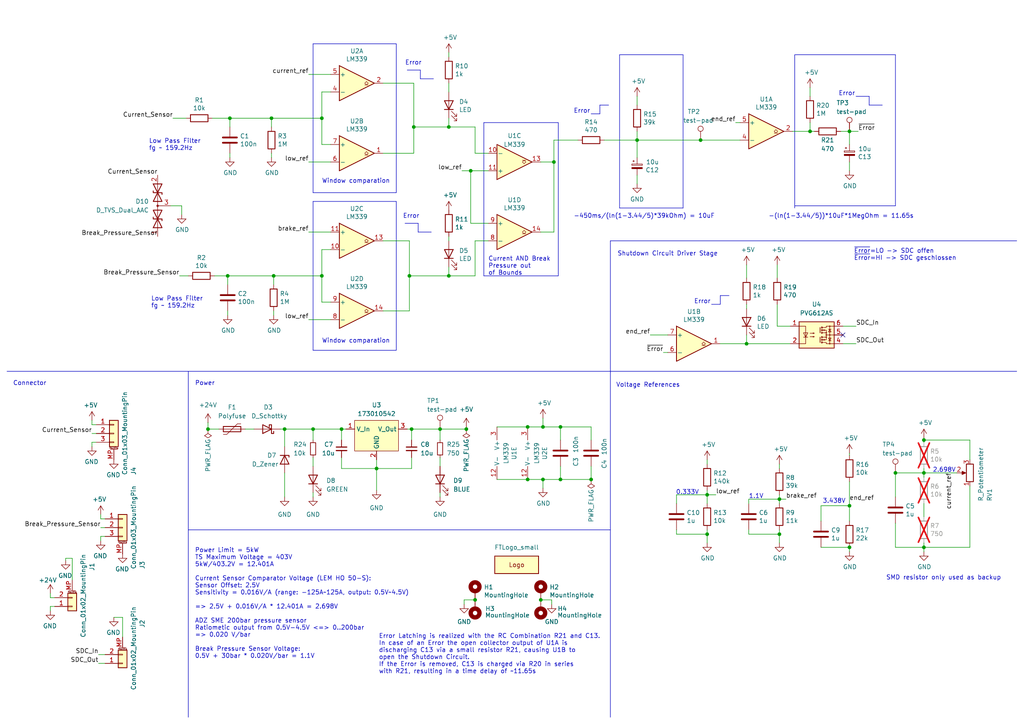
<source format=kicad_sch>
(kicad_sch
	(version 20250114)
	(generator "eeschema")
	(generator_version "9.0")
	(uuid "3b078104-7e9e-4a52-8931-d75a9f32a55c")
	(paper "A4")
	(title_block
		(title "BSPD")
		(date "2025-03-20")
		(rev "V1")
		(comment 1 "Johnny Hsu")
	)
	
	(text "~{Error}=LO	-> SDC offen\n~{Error}=HI -> SDC geschlossen"
		(exclude_from_sim no)
		(at 247.65 75.692 0)
		(effects
			(font
				(size 1.27 1.27)
			)
			(justify left bottom)
		)
		(uuid "10f3f5c9-2183-433a-9d52-94f6637385de")
	)
	(text "Shutdown Circuit Driver Stage"
		(exclude_from_sim no)
		(at 179.07 74.422 0)
		(effects
			(font
				(size 1.27 1.27)
			)
			(justify left bottom)
		)
		(uuid "2b1581b8-6a82-4a65-ab55-f88d24b7b484")
	)
	(text "0.333V"
		(exclude_from_sim no)
		(at 199.39 142.875 0)
		(effects
			(font
				(size 1.27 1.27)
			)
		)
		(uuid "34b01161-e7a2-4352-a4f0-7946a269658c")
	)
	(text "Current AND Break \nPressure out \nof Bounds\n"
		(exclude_from_sim no)
		(at 141.605 80.01 0)
		(effects
			(font
				(size 1.27 1.27)
			)
			(justify left bottom)
		)
		(uuid "4adc31fb-1826-409e-9dba-1546c87cae0b")
	)
	(text "Error"
		(exclude_from_sim no)
		(at 166.37 33.02 0)
		(effects
			(font
				(size 1.27 1.27)
			)
			(justify left bottom)
		)
		(uuid "59753539-28a4-4578-9952-78c4b817b8f6")
	)
	(text "Low Pass Filter\nfg ~ 159.2Hz"
		(exclude_from_sim no)
		(at 43.815 89.535 0)
		(effects
			(font
				(size 1.27 1.27)
			)
			(justify left bottom)
		)
		(uuid "60c39b9c-26db-40e3-997f-85611641af3c")
	)
	(text "Low Pass Filter\nfg ~ 159.2Hz"
		(exclude_from_sim no)
		(at 43.18 43.815 0)
		(effects
			(font
				(size 1.27 1.27)
			)
			(justify left bottom)
		)
		(uuid "61732727-c0f9-45e4-b6ae-68587c0d24ec")
	)
	(text "1.1V"
		(exclude_from_sim no)
		(at 217.17 144.78 0)
		(effects
			(font
				(size 1.27 1.27)
			)
			(justify left bottom)
		)
		(uuid "6217ecae-3787-4ef2-8483-4772c024694e")
	)
	(text "3.438V"
		(exclude_from_sim no)
		(at 241.935 145.415 0)
		(effects
			(font
				(size 1.27 1.27)
			)
		)
		(uuid "62251048-d670-458e-a2c9-09980cd236b2")
	)
	(text "Error"
		(exclude_from_sim no)
		(at 243.205 27.94 0)
		(effects
			(font
				(size 1.27 1.27)
			)
			(justify left bottom)
		)
		(uuid "78a2fbd6-ec96-43e1-8467-53c9840b0276")
	)
	(text "-(ln(1-3.44/5))*10uF*1MegOhm = 11.65s"
		(exclude_from_sim no)
		(at 222.885 63.5 0)
		(effects
			(font
				(size 1.27 1.27)
			)
			(justify left bottom)
		)
		(uuid "7cde2efa-352e-4380-997c-5ba5d8a098c6")
	)
	(text "Voltage References"
		(exclude_from_sim no)
		(at 187.96 111.76 0)
		(effects
			(font
				(size 1.27 1.27)
			)
		)
		(uuid "7f687585-acaa-4d39-b2b7-dc384998fdde")
	)
	(text "Error"
		(exclude_from_sim no)
		(at 201.295 88.265 0)
		(effects
			(font
				(size 1.27 1.27)
			)
			(justify left bottom)
		)
		(uuid "9151a412-0d43-452b-b1d1-8aefe2641d59")
	)
	(text "Window comparation\n"
		(exclude_from_sim no)
		(at 93.345 53.34 0)
		(effects
			(font
				(size 1.27 1.27)
			)
			(justify left bottom)
		)
		(uuid "93ef4fe0-b749-4d9d-8941-8c127c5ae459")
	)
	(text "Error"
		(exclude_from_sim no)
		(at 117.475 19.05 0)
		(effects
			(font
				(size 1.27 1.27)
			)
			(justify left bottom)
		)
		(uuid "9caae028-7f23-4b1f-9b36-ac2d92c94d01")
	)
	(text "2.698V"
		(exclude_from_sim no)
		(at 270.51 137.16 0)
		(effects
			(font
				(size 1.27 1.27)
			)
			(justify left bottom)
		)
		(uuid "9f0b16ba-12e7-4904-aeda-4f98bf2626b8")
	)
	(text "Error"
		(exclude_from_sim no)
		(at 116.84 63.5 0)
		(effects
			(font
				(size 1.27 1.27)
			)
			(justify left bottom)
		)
		(uuid "ade8d90d-0568-4297-a072-387ccfb2ea29")
	)
	(text "SMD resistor only used as backup"
		(exclude_from_sim no)
		(at 273.685 167.64 0)
		(effects
			(font
				(size 1.27 1.27)
			)
		)
		(uuid "b27b6452-9939-40fa-a5f8-f2edbc0850d4")
	)
	(text "Connector"
		(exclude_from_sim no)
		(at 8.636 111.252 0)
		(effects
			(font
				(size 1.27 1.27)
			)
		)
		(uuid "d5e02a24-d354-4087-bb32-34d8baf0ac91")
	)
	(text "Power"
		(exclude_from_sim no)
		(at 59.436 111.252 0)
		(effects
			(font
				(size 1.27 1.27)
			)
		)
		(uuid "e0c52085-32b1-402b-a1ac-2d9bc5a33742")
	)
	(text "Power Limit = 5kW\nTS Maximum Voltage = 403V\n5kW/403.2V = 12.401A\n\nCurrent Sensor Comparator Voltage (LEM HO 50-S):\nSensor Offset: 2.5V\nSensitivity = 0.016V/A (range: -125A~125A, output: 0.5V~4.5V)\n\n=> 2.5V + 0.016V/A * 12.401A = 2.698V \n\nADZ SME 200bar pressure sensor\nRatiometic output from 0.5V-4.5V <=> 0..200bar\n=> 0.020 V/bar\n\nBreak Pressure Sensor Voltage:\n0.5V + 30bar * 0.020V/bar = 1.1V"
		(exclude_from_sim no)
		(at 56.515 191.135 0)
		(effects
			(font
				(size 1.27 1.27)
			)
			(justify left bottom)
		)
		(uuid "e22ccefc-3300-442e-a43f-6763dc34a4f0")
	)
	(text "-450ms/(ln(1-3.44/5)*39kOhm) = 10uF"
		(exclude_from_sim no)
		(at 166.37 63.5 0)
		(effects
			(font
				(size 1.27 1.27)
			)
			(justify left bottom)
		)
		(uuid "ee684a4e-e295-4f24-b2a3-f758e14c6f97")
	)
	(text "Window comparation"
		(exclude_from_sim no)
		(at 93.345 99.695 0)
		(effects
			(font
				(size 1.27 1.27)
			)
			(justify left bottom)
		)
		(uuid "eebb8b93-58e9-4d24-96e7-ff8e4faf99b4")
	)
	(text "Error Latching is realized with the RC Combination R21 and C13. \nIn case of an Error the open collector output of U1A is \ndischarging C13 via a small resistor R21, causing U1B to\nopen the Shutdown Circuit.\nIf the Error is removed, C13 is charged via R20 in series \nwith R21, resulting in a time delay of ~11.65s"
		(exclude_from_sim no)
		(at 109.855 195.58 0)
		(effects
			(font
				(size 1.27 1.27)
			)
			(justify left bottom)
		)
		(uuid "ff89c4c6-9da4-4591-b17d-a8dddab36438")
	)
	(junction
		(at 184.785 40.64)
		(diameter 0)
		(color 0 0 0 0)
		(uuid "02d690d3-7eb1-424b-a637-f0441c446847")
	)
	(junction
		(at 99.06 124.46)
		(diameter 0)
		(color 0 0 0 0)
		(uuid "0458f8d6-d0c3-458c-8e82-cc444fa3124f")
	)
	(junction
		(at 246.38 38.1)
		(diameter 0)
		(color 0 0 0 0)
		(uuid "06c74d33-22f4-4fde-a3fb-20ca542cd4b0")
	)
	(junction
		(at 156.845 173.99)
		(diameter 0)
		(color 0 0 0 0)
		(uuid "06fb1cbb-f25b-4301-b638-062cf91c8fcd")
	)
	(junction
		(at 205.105 143.51)
		(diameter 0)
		(color 0 0 0 0)
		(uuid "07d68cf4-cf26-494a-ad7d-ef3cd03594e6")
	)
	(junction
		(at 79.375 80.01)
		(diameter 0)
		(color 0 0 0 0)
		(uuid "0c064fd7-ff07-4667-bb75-8391ab6f72b5")
	)
	(junction
		(at 153.035 139.065)
		(diameter 0)
		(color 0 0 0 0)
		(uuid "0c0d150e-e401-4a19-9cc8-b434c5ff2e4c")
	)
	(junction
		(at 267.97 158.75)
		(diameter 0)
		(color 0 0 0 0)
		(uuid "112461c7-b9be-42a9-b362-6021372ba978")
	)
	(junction
		(at 171.45 139.065)
		(diameter 0)
		(color 0 0 0 0)
		(uuid "1798150b-b727-43bf-bb89-8ad75b043c93")
	)
	(junction
		(at 226.06 154.94)
		(diameter 0)
		(color 0 0 0 0)
		(uuid "18bcc3e2-20e2-465e-932d-7d26cac36623")
	)
	(junction
		(at 153.035 123.825)
		(diameter 0)
		(color 0 0 0 0)
		(uuid "1c4342d2-bcf1-4d37-a8c2-8d777f124aa2")
	)
	(junction
		(at 157.48 139.065)
		(diameter 0)
		(color 0 0 0 0)
		(uuid "2f84e17f-2d98-4988-8b9b-c91ff5594bdf")
	)
	(junction
		(at 136.525 49.53)
		(diameter 0)
		(color 0 0 0 0)
		(uuid "30b5ee56-3720-4a2d-9ee0-78d5fbd48af0")
	)
	(junction
		(at 118.745 80.01)
		(diameter 0)
		(color 0 0 0 0)
		(uuid "3368e8f6-165f-48eb-ac32-83cb88e63377")
	)
	(junction
		(at 267.97 137.16)
		(diameter 0)
		(color 0 0 0 0)
		(uuid "43ab5b80-79a9-4b08-b8f6-496557d74bf7")
	)
	(junction
		(at 259.715 137.16)
		(diameter 0)
		(color 0 0 0 0)
		(uuid "44fc85d1-0129-44f6-a7d1-776198683d7c")
	)
	(junction
		(at 127.635 124.46)
		(diameter 0)
		(color 0 0 0 0)
		(uuid "4935f7b4-c7f7-48a5-9121-8ebe77ce7023")
	)
	(junction
		(at 120.015 36.83)
		(diameter 0)
		(color 0 0 0 0)
		(uuid "4a804cbc-b668-42b2-9234-66b7081b2220")
	)
	(junction
		(at 267.97 127.635)
		(diameter 0)
		(color 0 0 0 0)
		(uuid "4bb7811f-eb59-4730-bf50-2113e6571f32")
	)
	(junction
		(at 90.805 124.46)
		(diameter 0)
		(color 0 0 0 0)
		(uuid "51655b20-c8fa-46dd-b8d8-ed44ee7b58e0")
	)
	(junction
		(at 119.38 124.46)
		(diameter 0)
		(color 0 0 0 0)
		(uuid "548e3987-aa39-4ea0-9f8f-bfa1774b0b92")
	)
	(junction
		(at 137.795 173.99)
		(diameter 0)
		(color 0 0 0 0)
		(uuid "55f4ecea-f517-46db-a8cc-bd98c075fb13")
	)
	(junction
		(at 130.175 36.83)
		(diameter 0)
		(color 0 0 0 0)
		(uuid "59019b33-e5d7-47a5-b697-da92c960d293")
	)
	(junction
		(at 160.655 46.99)
		(diameter 0)
		(color 0 0 0 0)
		(uuid "5d4c51cc-3039-45de-aede-c6f0bf2ba6b8")
	)
	(junction
		(at 234.95 38.1)
		(diameter 0)
		(color 0 0 0 0)
		(uuid "5fd5a07e-a9a3-48ea-88f8-c5d741b0d6b2")
	)
	(junction
		(at 226.06 144.78)
		(diameter 0)
		(color 0 0 0 0)
		(uuid "66aa2089-8ff2-4077-9185-adefd252a2c8")
	)
	(junction
		(at 203.2 40.64)
		(diameter 0)
		(color 0 0 0 0)
		(uuid "73350c8d-7141-4f80-abc3-d3171757ddd2")
	)
	(junction
		(at 246.38 158.75)
		(diameter 0)
		(color 0 0 0 0)
		(uuid "7709efe2-1390-487e-91e6-d8be8132aee9")
	)
	(junction
		(at 162.56 139.065)
		(diameter 0)
		(color 0 0 0 0)
		(uuid "8588352e-a2f9-4b66-95d7-e68f2a9c9038")
	)
	(junction
		(at 66.04 80.01)
		(diameter 0)
		(color 0 0 0 0)
		(uuid "8fa915e0-51c7-444b-8cc2-e8bb066962d7")
	)
	(junction
		(at 78.74 34.29)
		(diameter 0)
		(color 0 0 0 0)
		(uuid "a3688ae8-4672-4a89-af8c-8385ab151417")
	)
	(junction
		(at 60.325 124.46)
		(diameter 0)
		(color 0 0 0 0)
		(uuid "a6c6b364-7bce-4201-95f1-7583ff490abc")
	)
	(junction
		(at 162.56 123.825)
		(diameter 0)
		(color 0 0 0 0)
		(uuid "ae3f1345-5a2d-4f4d-ae05-dcebe084d843")
	)
	(junction
		(at 82.55 124.46)
		(diameter 0)
		(color 0 0 0 0)
		(uuid "be863020-4567-4509-bdcb-56bb803255c4")
	)
	(junction
		(at 157.48 123.825)
		(diameter 0)
		(color 0 0 0 0)
		(uuid "c6621e4e-1941-4ea1-9bfd-ebb879e0a948")
	)
	(junction
		(at 205.105 154.94)
		(diameter 0)
		(color 0 0 0 0)
		(uuid "c80b2f69-626e-4538-a37b-c1e0cbdfd599")
	)
	(junction
		(at 130.175 80.01)
		(diameter 0)
		(color 0 0 0 0)
		(uuid "cd84f5ae-cacc-4b78-9237-e9c6379a489b")
	)
	(junction
		(at 135.255 124.46)
		(diameter 0)
		(color 0 0 0 0)
		(uuid "d0ffe236-7d4f-4569-a5ad-619ee72a59c6")
	)
	(junction
		(at 246.38 146.685)
		(diameter 0)
		(color 0 0 0 0)
		(uuid "d3799bb2-a9db-4f42-8072-f7a4360b3370")
	)
	(junction
		(at 93.345 80.01)
		(diameter 0)
		(color 0 0 0 0)
		(uuid "efc63770-6c1a-4d94-b98e-634a1e24ff45")
	)
	(junction
		(at 93.345 34.29)
		(diameter 0)
		(color 0 0 0 0)
		(uuid "f2fcb01b-f454-47c9-a1b7-a081b24ae0cf")
	)
	(junction
		(at 216.535 99.695)
		(diameter 0)
		(color 0 0 0 0)
		(uuid "fa9d8a9b-57c4-492e-8ec2-e4c36e6342f7")
	)
	(junction
		(at 66.675 34.29)
		(diameter 0)
		(color 0 0 0 0)
		(uuid "fc2323eb-cb28-44c9-bec4-7732f2cd2e68")
	)
	(junction
		(at 109.22 135.89)
		(diameter 0)
		(color 0 0 0 0)
		(uuid "fd0e4892-3053-494b-b2b0-13d651fdaf55")
	)
	(no_connect
		(at 244.475 97.155)
		(uuid "d3ddf772-ea98-490c-bf6e-303d1758f40b")
	)
	(polyline
		(pts
			(xy 90.805 55.88) (xy 90.805 12.7)
		)
		(stroke
			(width 0)
			(type default)
		)
		(uuid "001e511e-de57-4a85-9bab-dd234b1015fa")
	)
	(polyline
		(pts
			(xy 118.11 20.32) (xy 121.92 20.32)
		)
		(stroke
			(width 0)
			(type solid)
		)
		(uuid "0078c7ef-7e33-44d6-b635-4885fd7831ca")
	)
	(wire
		(pts
			(xy 27.94 125.73) (xy 26.67 125.73)
		)
		(stroke
			(width 0)
			(type default)
		)
		(uuid "00b14196-a93a-4f20-b3c2-8e9db93cec6f")
	)
	(wire
		(pts
			(xy 130.175 24.13) (xy 130.175 26.67)
		)
		(stroke
			(width 0)
			(type default)
		)
		(uuid "00dc4daf-f5b5-4889-a6f1-e85d8f7b08c8")
	)
	(wire
		(pts
			(xy 133.985 49.53) (xy 136.525 49.53)
		)
		(stroke
			(width 0)
			(type default)
		)
		(uuid "01f2e5d3-4296-4677-bff4-8d113ba07bd3")
	)
	(wire
		(pts
			(xy 246.38 131.445) (xy 246.38 132.08)
		)
		(stroke
			(width 0)
			(type default)
		)
		(uuid "024a4d45-f78d-4557-9f62-8f2c4b21d132")
	)
	(wire
		(pts
			(xy 236.22 38.1) (xy 234.95 38.1)
		)
		(stroke
			(width 0)
			(type default)
		)
		(uuid "044387c8-7065-4901-b719-a6c257a2745b")
	)
	(wire
		(pts
			(xy 205.105 154.94) (xy 205.105 157.48)
		)
		(stroke
			(width 0)
			(type default)
		)
		(uuid "0597ed0d-4656-46d5-af17-2d9c89c7fd61")
	)
	(wire
		(pts
			(xy 156.845 67.31) (xy 160.655 67.31)
		)
		(stroke
			(width 0)
			(type default)
		)
		(uuid "061beca8-7fa4-470e-8d52-2be35660c92e")
	)
	(wire
		(pts
			(xy 281.305 158.75) (xy 267.97 158.75)
		)
		(stroke
			(width 0)
			(type default)
		)
		(uuid "0a396313-07ab-4f53-9146-483e6f1547fc")
	)
	(wire
		(pts
			(xy 238.125 146.685) (xy 246.38 146.685)
		)
		(stroke
			(width 0)
			(type default)
		)
		(uuid "0b6bf03c-7b37-4526-b905-aaeacce58b2a")
	)
	(wire
		(pts
			(xy 109.22 133.35) (xy 109.22 135.89)
		)
		(stroke
			(width 0)
			(type default)
		)
		(uuid "0c33e869-acbf-41d4-b086-12b2f47c41f9")
	)
	(wire
		(pts
			(xy 259.715 137.16) (xy 267.97 137.16)
		)
		(stroke
			(width 0)
			(type default)
		)
		(uuid "0cc0b05b-d9e3-468f-b0ec-bb2d7b05cad6")
	)
	(wire
		(pts
			(xy 130.175 80.01) (xy 137.795 80.01)
		)
		(stroke
			(width 0)
			(type default)
		)
		(uuid "0d07fcd0-f92e-413f-ac02-3d86fb67e7ad")
	)
	(wire
		(pts
			(xy 93.345 80.01) (xy 93.345 87.63)
		)
		(stroke
			(width 0)
			(type default)
		)
		(uuid "0d94ae63-5f0d-4821-b883-bd63b5162d65")
	)
	(wire
		(pts
			(xy 130.175 77.47) (xy 130.175 80.01)
		)
		(stroke
			(width 0)
			(type default)
		)
		(uuid "0f223f09-e7ec-4975-a031-a23d16355a82")
	)
	(wire
		(pts
			(xy 137.795 44.45) (xy 137.795 36.83)
		)
		(stroke
			(width 0)
			(type default)
		)
		(uuid "0f8741af-8122-4c88-bec3-b4327e4feb9b")
	)
	(wire
		(pts
			(xy 246.38 139.7) (xy 246.38 146.685)
		)
		(stroke
			(width 0)
			(type default)
		)
		(uuid "10a0b4ae-27da-4447-8abc-2d3ac8f3d620")
	)
	(wire
		(pts
			(xy 184.785 50.8) (xy 184.785 53.34)
		)
		(stroke
			(width 0)
			(type default)
		)
		(uuid "10f1da89-6f6a-46cb-a319-375bc5280e4b")
	)
	(wire
		(pts
			(xy 196.215 154.94) (xy 205.105 154.94)
		)
		(stroke
			(width 0)
			(type default)
		)
		(uuid "120c46a5-1723-47ce-8724-833f29687cb8")
	)
	(polyline
		(pts
			(xy 173.99 30.48) (xy 176.53 30.48)
		)
		(stroke
			(width 0)
			(type solid)
		)
		(uuid "1289eba9-c355-42e3-b3a8-46ea8c858553")
	)
	(wire
		(pts
			(xy 238.125 158.75) (xy 246.38 158.75)
		)
		(stroke
			(width 0)
			(type default)
		)
		(uuid "13eae7a8-c8d4-4a74-a325-219af8799895")
	)
	(wire
		(pts
			(xy 229.87 38.1) (xy 234.95 38.1)
		)
		(stroke
			(width 0)
			(type default)
		)
		(uuid "14034313-28ce-418b-9c1d-68184c5ad3f6")
	)
	(wire
		(pts
			(xy 119.38 124.46) (xy 127.635 124.46)
		)
		(stroke
			(width 0)
			(type default)
		)
		(uuid "1403f7d1-64a3-48fe-90d3-dc853604b652")
	)
	(wire
		(pts
			(xy 184.785 40.64) (xy 184.785 38.1)
		)
		(stroke
			(width 0)
			(type default)
		)
		(uuid "14976ad9-7af3-449e-969a-dabe604db984")
	)
	(wire
		(pts
			(xy 217.17 153.67) (xy 217.17 154.94)
		)
		(stroke
			(width 0)
			(type default)
		)
		(uuid "17abc560-a41b-47dc-ab11-11014fe7bfcc")
	)
	(wire
		(pts
			(xy 157.48 139.065) (xy 162.56 139.065)
		)
		(stroke
			(width 0)
			(type default)
		)
		(uuid "188001dc-f484-4138-a372-50f5ca12ac0c")
	)
	(wire
		(pts
			(xy 127.635 124.46) (xy 127.635 127.635)
		)
		(stroke
			(width 0)
			(type default)
		)
		(uuid "1befc1e9-d449-4d05-affd-ff63fbb6178a")
	)
	(wire
		(pts
			(xy 61.595 34.29) (xy 66.675 34.29)
		)
		(stroke
			(width 0)
			(type default)
		)
		(uuid "1ccafd5e-08c7-4535-b73b-f77c1ba21da5")
	)
	(wire
		(pts
			(xy 244.475 99.695) (xy 248.285 99.695)
		)
		(stroke
			(width 0)
			(type default)
		)
		(uuid "1d0a5ef0-0b22-45f2-9605-f2d62c596f35")
	)
	(wire
		(pts
			(xy 120.015 36.83) (xy 130.175 36.83)
		)
		(stroke
			(width 0)
			(type default)
		)
		(uuid "1d3861ad-bf1a-4b41-910a-1bcd44423bf6")
	)
	(polyline
		(pts
			(xy 114.935 12.7) (xy 114.935 55.88)
		)
		(stroke
			(width 0)
			(type default)
		)
		(uuid "1eda520c-dec0-4da9-bfcd-5279b8cdac81")
	)
	(wire
		(pts
			(xy 267.97 157.48) (xy 267.97 158.75)
		)
		(stroke
			(width 0)
			(type default)
		)
		(uuid "1ee67f8b-5604-4109-8297-33f5cc49f0fd")
	)
	(wire
		(pts
			(xy 82.55 124.46) (xy 90.805 124.46)
		)
		(stroke
			(width 0)
			(type default)
		)
		(uuid "1f07c4d0-8f68-40c2-aebb-120a9effec3b")
	)
	(wire
		(pts
			(xy 109.22 135.89) (xy 119.38 135.89)
		)
		(stroke
			(width 0)
			(type default)
		)
		(uuid "216fb90c-6f87-40dd-b949-62be97dd97df")
	)
	(wire
		(pts
			(xy 118.745 90.17) (xy 111.125 90.17)
		)
		(stroke
			(width 0)
			(type default)
		)
		(uuid "21d74ba7-2814-4833-9cbb-22ad5d79d3dc")
	)
	(wire
		(pts
			(xy 63.5 124.46) (xy 60.325 124.46)
		)
		(stroke
			(width 0)
			(type default)
		)
		(uuid "21f43952-e581-4625-b646-a8a272a514b9")
	)
	(wire
		(pts
			(xy 246.38 38.1) (xy 246.38 41.91)
		)
		(stroke
			(width 0)
			(type default)
		)
		(uuid "22d99b63-8bea-48c9-98e6-eda12c7977f1")
	)
	(polyline
		(pts
			(xy 230.505 59.69) (xy 259.715 59.69)
		)
		(stroke
			(width 0)
			(type default)
		)
		(uuid "236a00e1-e639-44d1-a1d4-60cd441d82e9")
	)
	(wire
		(pts
			(xy 66.675 44.45) (xy 66.675 45.72)
		)
		(stroke
			(width 0)
			(type default)
		)
		(uuid "25e092fc-deed-47a1-b6a0-7cdef9fd2396")
	)
	(polyline
		(pts
			(xy 206.375 88.265) (xy 208.915 88.265)
		)
		(stroke
			(width 0)
			(type solid)
		)
		(uuid "27d993d8-7612-42b8-aff0-342c28898a00")
	)
	(polyline
		(pts
			(xy 121.92 22.86) (xy 125.73 22.86)
		)
		(stroke
			(width 0)
			(type solid)
		)
		(uuid "2876d16e-097a-47f2-b487-a17ed0f36d5f")
	)
	(wire
		(pts
			(xy 234.95 25.4) (xy 234.95 27.94)
		)
		(stroke
			(width 0)
			(type default)
		)
		(uuid "2a493b31-a13a-4aed-a683-bea3c889beb0")
	)
	(wire
		(pts
			(xy 78.74 36.83) (xy 78.74 34.29)
		)
		(stroke
			(width 0)
			(type default)
		)
		(uuid "2a831477-d633-447d-8624-5be1b843e471")
	)
	(wire
		(pts
			(xy 79.375 80.01) (xy 93.345 80.01)
		)
		(stroke
			(width 0)
			(type default)
		)
		(uuid "2a944ed6-4ad9-4711-8528-f6dda82d3d91")
	)
	(polyline
		(pts
			(xy 54.61 107.696) (xy 54.61 208.026)
		)
		(stroke
			(width 0)
			(type default)
		)
		(uuid "2b9bbbcf-3e95-4bba-a878-0c0c16d5b02d")
	)
	(wire
		(pts
			(xy 226.06 144.78) (xy 226.06 146.05)
		)
		(stroke
			(width 0)
			(type default)
		)
		(uuid "2d095b22-d27f-410c-80cb-80e19a581eff")
	)
	(wire
		(pts
			(xy 111.125 24.13) (xy 120.015 24.13)
		)
		(stroke
			(width 0)
			(type default)
		)
		(uuid "3013cdc8-80db-42e1-8d05-754e7cdf0f06")
	)
	(wire
		(pts
			(xy 30.48 150.495) (xy 29.21 150.495)
		)
		(stroke
			(width 0)
			(type default)
		)
		(uuid "3014a030-2b92-4ea9-aa44-389b15d5c7c4")
	)
	(wire
		(pts
			(xy 15.875 173.355) (xy 14.605 173.355)
		)
		(stroke
			(width 0)
			(type default)
		)
		(uuid "31f2526e-be2e-443d-bd80-493dc079c3f1")
	)
	(wire
		(pts
			(xy 99.06 124.46) (xy 99.06 127.635)
		)
		(stroke
			(width 0)
			(type default)
		)
		(uuid "33105f4b-f47b-4119-aa7e-e2906461987f")
	)
	(polyline
		(pts
			(xy 121.92 20.32) (xy 121.92 22.86)
		)
		(stroke
			(width 0)
			(type solid)
		)
		(uuid "3639d1d8-9a8b-4479-9419-0bbf03c83844")
	)
	(wire
		(pts
			(xy 141.605 44.45) (xy 137.795 44.45)
		)
		(stroke
			(width 0)
			(type default)
		)
		(uuid "39d81bf0-761a-4c95-a8ea-2b60e098a8f2")
	)
	(wire
		(pts
			(xy 90.805 132.715) (xy 90.805 135.255)
		)
		(stroke
			(width 0)
			(type default)
		)
		(uuid "3b94f7cc-1bbe-4f9e-9bf5-f9c0f6183298")
	)
	(wire
		(pts
			(xy 225.425 94.615) (xy 229.235 94.615)
		)
		(stroke
			(width 0)
			(type default)
		)
		(uuid "3d001dc4-94bc-4f7e-950c-757374016f54")
	)
	(wire
		(pts
			(xy 127.635 142.875) (xy 127.635 144.145)
		)
		(stroke
			(width 0)
			(type default)
		)
		(uuid "3d868ad1-914e-4bbc-8c72-aa09bdf2f744")
	)
	(wire
		(pts
			(xy 90.805 124.46) (xy 90.805 127.635)
		)
		(stroke
			(width 0)
			(type default)
		)
		(uuid "3dc14943-d1aa-4203-b279-84ace039c92e")
	)
	(wire
		(pts
			(xy 216.535 88.265) (xy 216.535 89.535)
		)
		(stroke
			(width 0)
			(type default)
		)
		(uuid "3dd28df5-363b-4563-91b9-3a214c0a7204")
	)
	(wire
		(pts
			(xy 130.175 36.83) (xy 137.795 36.83)
		)
		(stroke
			(width 0)
			(type default)
		)
		(uuid "4063ed0f-5e2f-4106-900d-656097b1ea94")
	)
	(wire
		(pts
			(xy 136.525 64.77) (xy 141.605 64.77)
		)
		(stroke
			(width 0)
			(type default)
		)
		(uuid "45bd3f3d-f7b4-4793-8d20-9cfb29ce164c")
	)
	(polyline
		(pts
			(xy 161.925 35.56) (xy 161.925 80.01)
		)
		(stroke
			(width 0)
			(type default)
		)
		(uuid "464696f4-8924-40b8-9f30-3aac5ba7902e")
	)
	(wire
		(pts
			(xy 29.21 156.845) (xy 29.21 155.575)
		)
		(stroke
			(width 0)
			(type default)
		)
		(uuid "4651fa25-82b9-44b9-8981-909315c2b2fb")
	)
	(wire
		(pts
			(xy 52.07 80.01) (xy 54.61 80.01)
		)
		(stroke
			(width 0)
			(type default)
		)
		(uuid "46a97759-619f-44ab-a056-49f30ef50f47")
	)
	(wire
		(pts
			(xy 226.06 143.51) (xy 226.06 144.78)
		)
		(stroke
			(width 0)
			(type default)
		)
		(uuid "48c4fc06-0c85-48af-b2cf-6878e20db610")
	)
	(wire
		(pts
			(xy 27.94 128.27) (xy 26.67 128.27)
		)
		(stroke
			(width 0)
			(type default)
		)
		(uuid "4a443806-848f-44d8-8c49-e628577502b9")
	)
	(wire
		(pts
			(xy 188.595 97.155) (xy 193.675 97.155)
		)
		(stroke
			(width 0)
			(type default)
		)
		(uuid "4c9e552f-8ede-4c66-8d24-025ae040e7ad")
	)
	(polyline
		(pts
			(xy 114.935 55.88) (xy 90.805 55.88)
		)
		(stroke
			(width 0)
			(type default)
		)
		(uuid "4f5d1f21-ccd7-4ff7-a7bc-9fd9e11790a9")
	)
	(polyline
		(pts
			(xy 252.095 30.48) (xy 255.905 30.48)
		)
		(stroke
			(width 0)
			(type solid)
		)
		(uuid "4fbd31df-b708-475e-88d1-cf11f1d86d67")
	)
	(wire
		(pts
			(xy 267.97 137.16) (xy 277.495 137.16)
		)
		(stroke
			(width 0)
			(type default)
		)
		(uuid "512b2b08-f402-4cc7-87ce-98dcdc1e29b9")
	)
	(polyline
		(pts
			(xy 140.335 35.56) (xy 140.335 80.01)
		)
		(stroke
			(width 0)
			(type default)
		)
		(uuid "5373489d-609a-44ad-8d47-ae922f4f39b0")
	)
	(polyline
		(pts
			(xy 198.12 15.875) (xy 179.705 15.875)
		)
		(stroke
			(width 0)
			(type default)
		)
		(uuid "54f404ca-28f7-4fed-87e6-df6bdf53b8bf")
	)
	(polyline
		(pts
			(xy 90.805 58.42) (xy 114.935 58.42)
		)
		(stroke
			(width 0)
			(type default)
		)
		(uuid "588a8328-0c06-43ea-ba0a-a9a5875263e7")
	)
	(wire
		(pts
			(xy 66.04 90.17) (xy 66.04 91.44)
		)
		(stroke
			(width 0)
			(type default)
		)
		(uuid "58ce2a38-3c32-4467-8882-267205ef6cce")
	)
	(wire
		(pts
			(xy 118.745 80.01) (xy 118.745 90.17)
		)
		(stroke
			(width 0)
			(type default)
		)
		(uuid "5a23084a-1682-40a1-8b13-4820af964169")
	)
	(polyline
		(pts
			(xy 121.285 64.77) (xy 121.285 67.31)
		)
		(stroke
			(width 0)
			(type solid)
		)
		(uuid "5b6279b8-3d2b-46e6-afb2-6b2a6fb38bbd")
	)
	(wire
		(pts
			(xy 89.535 92.71) (xy 95.885 92.71)
		)
		(stroke
			(width 0)
			(type default)
		)
		(uuid "5c6ed078-a2bc-403a-9b34-0d133236d753")
	)
	(polyline
		(pts
			(xy 114.935 101.6) (xy 90.805 101.6)
		)
		(stroke
			(width 0)
			(type default)
		)
		(uuid "5c70cea8-9769-415b-bcc7-f8bb41a0c9b2")
	)
	(wire
		(pts
			(xy 52.705 59.69) (xy 49.53 59.69)
		)
		(stroke
			(width 0)
			(type default)
		)
		(uuid "5f4cd65c-e6b0-4c31-ae3d-9d27e7f64832")
	)
	(wire
		(pts
			(xy 120.015 36.83) (xy 120.015 24.13)
		)
		(stroke
			(width 0)
			(type default)
		)
		(uuid "600bbab9-7f19-4ea4-b617-73b78b70e2c1")
	)
	(wire
		(pts
			(xy 130.175 15.24) (xy 130.175 16.51)
		)
		(stroke
			(width 0)
			(type default)
		)
		(uuid "601b497d-e5df-4108-a523-828b4551291e")
	)
	(wire
		(pts
			(xy 267.97 127.635) (xy 281.305 127.635)
		)
		(stroke
			(width 0)
			(type default)
		)
		(uuid "609f1ec7-9cce-4499-900e-512147397fb4")
	)
	(wire
		(pts
			(xy 267.97 146.05) (xy 267.97 149.86)
		)
		(stroke
			(width 0)
			(type default)
		)
		(uuid "62de040a-9468-466e-bf45-b1f612f34b5d")
	)
	(wire
		(pts
			(xy 259.715 158.75) (xy 267.97 158.75)
		)
		(stroke
			(width 0)
			(type default)
		)
		(uuid "641ade85-6bbd-4eba-99a2-1461307da5c0")
	)
	(wire
		(pts
			(xy 90.805 142.875) (xy 90.805 144.145)
		)
		(stroke
			(width 0)
			(type default)
		)
		(uuid "649d226e-d908-4fb5-8991-0af73607b009")
	)
	(wire
		(pts
			(xy 89.535 67.31) (xy 95.885 67.31)
		)
		(stroke
			(width 0)
			(type default)
		)
		(uuid "64be79ff-65eb-4a3a-bf4b-f5e204971850")
	)
	(wire
		(pts
			(xy 203.2 40.64) (xy 214.63 40.64)
		)
		(stroke
			(width 0)
			(type default)
		)
		(uuid "6abcf0e1-bc51-4895-8d1d-d9053c606b20")
	)
	(wire
		(pts
			(xy 81.28 124.46) (xy 82.55 124.46)
		)
		(stroke
			(width 0)
			(type default)
		)
		(uuid "6edfb8a9-8cc9-42e4-8258-00d0e8e0202c")
	)
	(wire
		(pts
			(xy 95.885 72.39) (xy 93.345 72.39)
		)
		(stroke
			(width 0)
			(type default)
		)
		(uuid "708aa86d-bf05-4c57-aaae-6df603e15a2e")
	)
	(wire
		(pts
			(xy 118.11 124.46) (xy 119.38 124.46)
		)
		(stroke
			(width 0)
			(type default)
		)
		(uuid "7097e522-77cd-43b1-8ac8-1ba3b7f41191")
	)
	(polyline
		(pts
			(xy 140.335 80.01) (xy 161.925 80.01)
		)
		(stroke
			(width 0)
			(type default)
		)
		(uuid "70f2f59e-d26a-4945-859b-cb890c9d15da")
	)
	(wire
		(pts
			(xy 216.535 99.695) (xy 208.915 99.695)
		)
		(stroke
			(width 0)
			(type default)
		)
		(uuid "71feb915-488e-4dff-851c-13304d9e648c")
	)
	(wire
		(pts
			(xy 196.215 143.51) (xy 196.215 146.05)
		)
		(stroke
			(width 0)
			(type default)
		)
		(uuid "736337ad-7c35-4001-ba96-09066e183edd")
	)
	(wire
		(pts
			(xy 66.04 80.01) (xy 79.375 80.01)
		)
		(stroke
			(width 0)
			(type default)
		)
		(uuid "738d50ac-2592-4f26-bae9-6debec8e4e85")
	)
	(polyline
		(pts
			(xy 173.99 33.02) (xy 173.99 30.48)
		)
		(stroke
			(width 0)
			(type solid)
		)
		(uuid "74fbde27-3525-488a-8484-501309e98b13")
	)
	(wire
		(pts
			(xy 89.535 21.59) (xy 95.885 21.59)
		)
		(stroke
			(width 0)
			(type default)
		)
		(uuid "7641fc4e-3dd4-4bd7-b699-8138af94aa90")
	)
	(polyline
		(pts
			(xy 179.705 15.875) (xy 179.705 60.325)
		)
		(stroke
			(width 0)
			(type default)
		)
		(uuid "7674f190-796f-4bd8-85c0-1bec074adfdb")
	)
	(polyline
		(pts
			(xy 90.805 101.6) (xy 90.805 58.42)
		)
		(stroke
			(width 0)
			(type default)
		)
		(uuid "7766a5db-d545-4a0c-beb1-8abcda00e205")
	)
	(wire
		(pts
			(xy 93.345 41.91) (xy 95.885 41.91)
		)
		(stroke
			(width 0)
			(type default)
		)
		(uuid "7844f367-70a2-40d8-ba8f-ff033f5d6977")
	)
	(wire
		(pts
			(xy 60.325 124.46) (xy 60.325 122.555)
		)
		(stroke
			(width 0)
			(type default)
		)
		(uuid "7ad9f868-8fb2-4e1d-9f5f-2a059a17f32a")
	)
	(wire
		(pts
			(xy 217.17 144.78) (xy 217.17 146.05)
		)
		(stroke
			(width 0)
			(type default)
		)
		(uuid "7c5f0b29-5814-4f07-a24f-06b2f0303fa8")
	)
	(polyline
		(pts
			(xy 179.705 60.325) (xy 198.12 60.325)
		)
		(stroke
			(width 0)
			(type default)
		)
		(uuid "7d1887cf-0537-4b67-b1d3-7fbdeffeca64")
	)
	(wire
		(pts
			(xy 66.675 34.29) (xy 66.675 36.83)
		)
		(stroke
			(width 0)
			(type default)
		)
		(uuid "7f0b9979-b71e-485b-b4f5-832749647b9d")
	)
	(wire
		(pts
			(xy 248.285 94.615) (xy 244.475 94.615)
		)
		(stroke
			(width 0)
			(type default)
		)
		(uuid "806ed57f-a53b-4b4b-a18a-0a4cc392cc84")
	)
	(wire
		(pts
			(xy 157.48 121.285) (xy 157.48 123.825)
		)
		(stroke
			(width 0)
			(type default)
		)
		(uuid "80eb8b13-ad1d-4b8d-b97d-32b9bd5b67c4")
	)
	(wire
		(pts
			(xy 205.105 133.35) (xy 205.105 134.62)
		)
		(stroke
			(width 0)
			(type default)
		)
		(uuid "853f63b4-82c5-4d12-b58d-488e3212b24c")
	)
	(wire
		(pts
			(xy 157.48 123.825) (xy 162.56 123.825)
		)
		(stroke
			(width 0)
			(type default)
		)
		(uuid "8543a557-ae40-469a-91bc-7ee90405d181")
	)
	(wire
		(pts
			(xy 246.38 158.75) (xy 246.38 160.02)
		)
		(stroke
			(width 0)
			(type default)
		)
		(uuid "86875330-ff76-4e25-b30a-1817080df15f")
	)
	(wire
		(pts
			(xy 153.035 123.825) (xy 157.48 123.825)
		)
		(stroke
			(width 0)
			(type default)
		)
		(uuid "87df2899-3b9e-436c-8917-6fee4ae4eb3d")
	)
	(wire
		(pts
			(xy 144.145 123.825) (xy 153.035 123.825)
		)
		(stroke
			(width 0)
			(type default)
		)
		(uuid "882ccace-32df-4a77-99db-1439be4f6f64")
	)
	(wire
		(pts
			(xy 99.06 132.715) (xy 99.06 135.89)
		)
		(stroke
			(width 0)
			(type default)
		)
		(uuid "88ff9093-8d75-4c2b-bf8f-3c46a5df128a")
	)
	(wire
		(pts
			(xy 160.655 46.99) (xy 156.845 46.99)
		)
		(stroke
			(width 0)
			(type default)
		)
		(uuid "8a491fca-e998-4b94-b713-5a1667b2c7c2")
	)
	(wire
		(pts
			(xy 226.06 154.94) (xy 226.06 157.48)
		)
		(stroke
			(width 0)
			(type default)
		)
		(uuid "8ad2b125-cd02-4535-9a5d-631b96e88032")
	)
	(wire
		(pts
			(xy 162.56 123.825) (xy 171.45 123.825)
		)
		(stroke
			(width 0)
			(type default)
		)
		(uuid "8ba55fb3-8db2-4277-884f-2bce1355cf54")
	)
	(polyline
		(pts
			(xy 171.45 33.02) (xy 173.99 33.02)
		)
		(stroke
			(width 0)
			(type solid)
		)
		(uuid "8c457f7f-b5f6-466d-bea8-12b38b608338")
	)
	(polyline
		(pts
			(xy 259.715 15.875) (xy 259.715 59.69)
		)
		(stroke
			(width 0)
			(type default)
		)
		(uuid "8cc23b6a-73fd-4c95-9e74-84ea83042d6b")
	)
	(wire
		(pts
			(xy 281.305 140.97) (xy 281.305 158.75)
		)
		(stroke
			(width 0)
			(type default)
		)
		(uuid "8d898212-f734-461b-a672-bc2f933ef973")
	)
	(wire
		(pts
			(xy 27.94 123.19) (xy 26.67 123.19)
		)
		(stroke
			(width 0)
			(type default)
		)
		(uuid "8da7390e-b891-4d83-a231-b46390bf5713")
	)
	(wire
		(pts
			(xy 30.48 155.575) (xy 29.21 155.575)
		)
		(stroke
			(width 0)
			(type default)
		)
		(uuid "8eb885ec-27fa-40d7-bf51-33e42fe3bf01")
	)
	(wire
		(pts
			(xy 225.425 76.835) (xy 225.425 80.645)
		)
		(stroke
			(width 0)
			(type default)
		)
		(uuid "8f57bc11-c785-4fc6-81a2-3383b86a612b")
	)
	(wire
		(pts
			(xy 99.06 124.46) (xy 100.33 124.46)
		)
		(stroke
			(width 0)
			(type default)
		)
		(uuid "8fcb4e5c-ba40-48d6-be53-57fe310f184e")
	)
	(wire
		(pts
			(xy 216.535 97.155) (xy 216.535 99.695)
		)
		(stroke
			(width 0)
			(type default)
		)
		(uuid "906e4ff9-665e-4cb5-80e5-8ca2e618c4bc")
	)
	(wire
		(pts
			(xy 35.56 179.07) (xy 35.56 184.785)
		)
		(stroke
			(width 0)
			(type default)
		)
		(uuid "9101f307-16cc-4e41-8cdb-c12754a539c1")
	)
	(wire
		(pts
			(xy 226.06 153.67) (xy 226.06 154.94)
		)
		(stroke
			(width 0)
			(type default)
		)
		(uuid "914a66dd-0116-4f07-8d31-a37f9d606019")
	)
	(wire
		(pts
			(xy 62.23 80.01) (xy 66.04 80.01)
		)
		(stroke
			(width 0)
			(type default)
		)
		(uuid "91fc3c78-9d36-44f1-b514-a962c809ec34")
	)
	(wire
		(pts
			(xy 243.84 38.1) (xy 246.38 38.1)
		)
		(stroke
			(width 0)
			(type default)
		)
		(uuid "9234c646-e20a-4593-af6b-c8a5dcbd51d4")
	)
	(wire
		(pts
			(xy 205.105 143.51) (xy 205.105 146.05)
		)
		(stroke
			(width 0)
			(type default)
		)
		(uuid "92dc6f5e-25a3-4bfb-9fb3-ddb92ce66627")
	)
	(wire
		(pts
			(xy 226.06 144.78) (xy 217.17 144.78)
		)
		(stroke
			(width 0)
			(type default)
		)
		(uuid "934cb7ad-0508-46fb-a83e-985e00564717")
	)
	(polyline
		(pts
			(xy 140.335 35.56) (xy 161.925 35.56)
		)
		(stroke
			(width 0)
			(type default)
		)
		(uuid "93565e28-e235-4fc4-803a-3acf4d72ffc5")
	)
	(polyline
		(pts
			(xy 177.038 69.85) (xy 294.894 69.85)
		)
		(stroke
			(width 0)
			(type default)
		)
		(uuid "94013b7a-59a0-4273-90bc-da95c8db1a0c")
	)
	(wire
		(pts
			(xy 78.74 44.45) (xy 78.74 45.72)
		)
		(stroke
			(width 0)
			(type default)
		)
		(uuid "943907ec-586e-4127-a3bd-bb7bd746b2d3")
	)
	(wire
		(pts
			(xy 136.525 49.53) (xy 141.605 49.53)
		)
		(stroke
			(width 0)
			(type default)
		)
		(uuid "9542ce02-813b-4f41-8521-f5b253987a24")
	)
	(wire
		(pts
			(xy 90.805 124.46) (xy 99.06 124.46)
		)
		(stroke
			(width 0)
			(type default)
		)
		(uuid "97543a4a-ef34-45d2-9b8b-e833e35302fa")
	)
	(wire
		(pts
			(xy 118.745 69.85) (xy 118.745 80.01)
		)
		(stroke
			(width 0)
			(type default)
		)
		(uuid "97b637c1-55ad-484e-9ddb-95fa03b2b2cd")
	)
	(wire
		(pts
			(xy 229.235 99.695) (xy 216.535 99.695)
		)
		(stroke
			(width 0)
			(type default)
		)
		(uuid "9821d49b-effc-45f5-87d4-20e5551537f3")
	)
	(wire
		(pts
			(xy 184.785 40.64) (xy 184.785 45.72)
		)
		(stroke
			(width 0)
			(type default)
		)
		(uuid "987080df-e9b2-4df6-8bf5-1fe9f4284f23")
	)
	(wire
		(pts
			(xy 29.21 149.225) (xy 29.21 150.495)
		)
		(stroke
			(width 0)
			(type default)
		)
		(uuid "98de0a24-2348-4676-82fa-239c195769a6")
	)
	(polyline
		(pts
			(xy 248.285 27.94) (xy 252.095 27.94)
		)
		(stroke
			(width 0)
			(type solid)
		)
		(uuid "992f07d9-bfd1-47c8-92dd-80a567d43861")
	)
	(wire
		(pts
			(xy 281.305 127.635) (xy 281.305 133.35)
		)
		(stroke
			(width 0)
			(type default)
		)
		(uuid "9d5be662-a22d-4c9f-864d-9b9835ca92b2")
	)
	(wire
		(pts
			(xy 66.04 82.55) (xy 66.04 80.01)
		)
		(stroke
			(width 0)
			(type default)
		)
		(uuid "9e1fbc47-56c3-42b0-a174-79ac5cca7685")
	)
	(wire
		(pts
			(xy 89.535 46.99) (xy 95.885 46.99)
		)
		(stroke
			(width 0)
			(type default)
		)
		(uuid "9e2c6809-1d8f-46b8-8348-21fb1272bdd2")
	)
	(wire
		(pts
			(xy 171.45 135.255) (xy 171.45 139.065)
		)
		(stroke
			(width 0)
			(type default)
		)
		(uuid "9e6fa4d7-7609-4713-99d3-81a086429362")
	)
	(polyline
		(pts
			(xy 230.505 15.875) (xy 230.505 60.325)
		)
		(stroke
			(width 0)
			(type default)
		)
		(uuid "a13d3e97-e748-4a06-b00e-228fb37c0b0c")
	)
	(wire
		(pts
			(xy 248.92 38.1) (xy 246.38 38.1)
		)
		(stroke
			(width 0)
			(type default)
		)
		(uuid "a1ce4b15-5b1d-480f-b785-f15e18b0c41a")
	)
	(wire
		(pts
			(xy 226.06 134.62) (xy 226.06 135.89)
		)
		(stroke
			(width 0)
			(type default)
		)
		(uuid "a32e9ec3-b492-49f9-bf81-141e733acc59")
	)
	(wire
		(pts
			(xy 184.785 40.64) (xy 203.2 40.64)
		)
		(stroke
			(width 0)
			(type default)
		)
		(uuid "a3a1f9cd-fd2c-4c52-a45c-962ccbed39da")
	)
	(wire
		(pts
			(xy 246.38 46.99) (xy 246.38 49.53)
		)
		(stroke
			(width 0)
			(type default)
		)
		(uuid "a45af401-2a54-433a-8bb0-d87b8bf11820")
	)
	(wire
		(pts
			(xy 93.345 87.63) (xy 95.885 87.63)
		)
		(stroke
			(width 0)
			(type default)
		)
		(uuid "a4f76639-f23b-4da3-af7c-8e6513ca1ae9")
	)
	(polyline
		(pts
			(xy 259.715 15.875) (xy 230.505 15.875)
		)
		(stroke
			(width 0)
			(type default)
		)
		(uuid "a5de92f8-016f-4396-9a5a-cd4ea2049f22")
	)
	(wire
		(pts
			(xy 119.38 132.715) (xy 119.38 135.89)
		)
		(stroke
			(width 0)
			(type default)
		)
		(uuid "a7b8884f-7447-486d-b5d1-96f4310fafe2")
	)
	(wire
		(pts
			(xy 78.74 34.29) (xy 93.345 34.29)
		)
		(stroke
			(width 0)
			(type default)
		)
		(uuid "a83a7d88-3c8a-485e-9470-8add6b9883f6")
	)
	(polyline
		(pts
			(xy 208.915 88.265) (xy 208.915 85.725)
		)
		(stroke
			(width 0)
			(type solid)
		)
		(uuid "a89d5ac0-a70f-4cef-8759-19d96198a822")
	)
	(wire
		(pts
			(xy 52.705 62.23) (xy 52.705 59.69)
		)
		(stroke
			(width 0)
			(type default)
		)
		(uuid "a96d972a-da97-4415-a074-376abc811d0f")
	)
	(wire
		(pts
			(xy 238.125 151.13) (xy 238.125 146.685)
		)
		(stroke
			(width 0)
			(type default)
		)
		(uuid "a9ec6472-216d-49ff-a6bc-31da70717e3d")
	)
	(wire
		(pts
			(xy 19.05 161.925) (xy 19.05 162.56)
		)
		(stroke
			(width 0)
			(type default)
		)
		(uuid "aa1ff7c7-b73b-4749-9cd4-e961742f41be")
	)
	(wire
		(pts
			(xy 227.965 144.78) (xy 226.06 144.78)
		)
		(stroke
			(width 0)
			(type default)
		)
		(uuid "ab49f29c-39ad-43db-86b1-bf207d76c9d5")
	)
	(wire
		(pts
			(xy 160.02 173.99) (xy 160.02 175.26)
		)
		(stroke
			(width 0)
			(type default)
		)
		(uuid "ac7c2b66-82fb-4e9f-ba45-401b407475b4")
	)
	(wire
		(pts
			(xy 93.345 72.39) (xy 93.345 80.01)
		)
		(stroke
			(width 0)
			(type default)
		)
		(uuid "ae971fb3-2817-4c08-a70b-777a233fc7cf")
	)
	(wire
		(pts
			(xy 234.95 38.1) (xy 234.95 35.56)
		)
		(stroke
			(width 0)
			(type default)
		)
		(uuid "af60606b-1a3b-4f47-ac5a-d905f60070e3")
	)
	(wire
		(pts
			(xy 66.675 34.29) (xy 78.74 34.29)
		)
		(stroke
			(width 0)
			(type default)
		)
		(uuid "af8ed89e-fc0b-4539-b838-151d99950cc9")
	)
	(polyline
		(pts
			(xy 252.095 27.94) (xy 252.095 30.48)
		)
		(stroke
			(width 0)
			(type solid)
		)
		(uuid "b0105d6e-ad79-448c-811c-b9c50515ed82")
	)
	(wire
		(pts
			(xy 153.035 139.065) (xy 157.48 139.065)
		)
		(stroke
			(width 0)
			(type default)
		)
		(uuid "b1ec9677-7456-495d-b26b-857c7a83de7a")
	)
	(wire
		(pts
			(xy 118.745 80.01) (xy 130.175 80.01)
		)
		(stroke
			(width 0)
			(type default)
		)
		(uuid "b36c1c77-4324-4ac9-af1a-9644ebca8a09")
	)
	(polyline
		(pts
			(xy 121.285 67.31) (xy 125.095 67.31)
		)
		(stroke
			(width 0)
			(type solid)
		)
		(uuid "b4b97b05-999c-41bf-846e-6c611bd1665f")
	)
	(wire
		(pts
			(xy 28.575 192.405) (xy 30.48 192.405)
		)
		(stroke
			(width 0)
			(type default)
		)
		(uuid "b8849807-a4aa-41c1-b5b9-9442de13299f")
	)
	(wire
		(pts
			(xy 82.55 137.16) (xy 82.55 144.145)
		)
		(stroke
			(width 0)
			(type default)
		)
		(uuid "b88bd020-e3af-4d73-8aec-7540cb3b32a1")
	)
	(polyline
		(pts
			(xy 177.038 107.95) (xy 177.038 208.026)
		)
		(stroke
			(width 0)
			(type default)
		)
		(uuid "ba4602b7-f4a4-43ac-89f2-d8277c0efd09")
	)
	(wire
		(pts
			(xy 267.97 127) (xy 267.97 127.635)
		)
		(stroke
			(width 0)
			(type default)
		)
		(uuid "bbbff29a-ae16-4b41-becc-61b6b42fa612")
	)
	(wire
		(pts
			(xy 162.56 135.255) (xy 162.56 139.065)
		)
		(stroke
			(width 0)
			(type default)
		)
		(uuid "bd16bd3c-f77a-4584-97bd-2614cb5966b7")
	)
	(wire
		(pts
			(xy 267.97 137.16) (xy 267.97 138.43)
		)
		(stroke
			(width 0)
			(type default)
		)
		(uuid "bd341905-8aea-402e-86b6-2bec47e27b75")
	)
	(polyline
		(pts
			(xy 208.915 85.725) (xy 211.455 85.725)
		)
		(stroke
			(width 0)
			(type solid)
		)
		(uuid "c0ba2a5d-e637-47d8-9bed-0ffe9dba56dc")
	)
	(wire
		(pts
			(xy 15.875 175.895) (xy 14.605 175.895)
		)
		(stroke
			(width 0)
			(type default)
		)
		(uuid "c0d117c9-e4a4-4254-9e2f-f4600d0b0e15")
	)
	(polyline
		(pts
			(xy 2.032 107.696) (xy 294.894 107.696)
		)
		(stroke
			(width 0)
			(type default)
		)
		(uuid "c2d47e65-9190-4c2d-9bd2-8a784b8570e3")
	)
	(wire
		(pts
			(xy 134.62 173.99) (xy 134.62 175.26)
		)
		(stroke
			(width 0)
			(type default)
		)
		(uuid "c33972ea-ed54-4d66-90cd-411d4a413b42")
	)
	(wire
		(pts
			(xy 196.215 143.51) (xy 205.105 143.51)
		)
		(stroke
			(width 0)
			(type default)
		)
		(uuid "c413a890-f4a6-49ef-a63f-ac82e8ae0932")
	)
	(wire
		(pts
			(xy 99.06 135.89) (xy 109.22 135.89)
		)
		(stroke
			(width 0)
			(type default)
		)
		(uuid "c750e2e6-4e53-4314-8c81-75ec0757e350")
	)
	(wire
		(pts
			(xy 14.605 175.895) (xy 14.605 177.165)
		)
		(stroke
			(width 0)
			(type default)
		)
		(uuid "c7cb71a6-27ac-48be-adbf-673e11bb5f21")
	)
	(wire
		(pts
			(xy 217.17 154.94) (xy 226.06 154.94)
		)
		(stroke
			(width 0)
			(type default)
		)
		(uuid "c8e4c482-64f9-431e-ac00-7aa687b26bec")
	)
	(wire
		(pts
			(xy 213.36 35.56) (xy 214.63 35.56)
		)
		(stroke
			(width 0)
			(type default)
		)
		(uuid "c8ee4881-36e0-4ef1-93f6-4460695e1ed3")
	)
	(polyline
		(pts
			(xy 177.038 107.95) (xy 177.038 69.85)
		)
		(stroke
			(width 0)
			(type default)
		)
		(uuid "c91ab8bb-46af-4bfc-95de-ec40ee5f0bfa")
	)
	(wire
		(pts
			(xy 26.67 129.54) (xy 26.67 128.27)
		)
		(stroke
			(width 0)
			(type default)
		)
		(uuid "c9c842fc-301a-417a-9552-3e69cc4ae5ef")
	)
	(wire
		(pts
			(xy 267.97 160.02) (xy 267.97 158.75)
		)
		(stroke
			(width 0)
			(type default)
		)
		(uuid "cc443ab3-f10a-4b76-893d-fbb0f6ea01cb")
	)
	(wire
		(pts
			(xy 171.45 123.825) (xy 171.45 127.635)
		)
		(stroke
			(width 0)
			(type default)
		)
		(uuid "cdaae09e-19c4-4871-854d-b993d7e2c675")
	)
	(wire
		(pts
			(xy 111.125 44.45) (xy 120.015 44.45)
		)
		(stroke
			(width 0)
			(type default)
		)
		(uuid "ced8ad73-0fed-4e70-b09d-8a0c2411b35c")
	)
	(wire
		(pts
			(xy 120.015 36.83) (xy 120.015 44.45)
		)
		(stroke
			(width 0)
			(type default)
		)
		(uuid "cf13725a-3b14-46f1-b276-5e6943a07923")
	)
	(wire
		(pts
			(xy 137.795 69.85) (xy 141.605 69.85)
		)
		(stroke
			(width 0)
			(type default)
		)
		(uuid "cf67d11b-1000-4656-81d8-0ef58cb6c770")
	)
	(wire
		(pts
			(xy 71.12 124.46) (xy 73.66 124.46)
		)
		(stroke
			(width 0)
			(type default)
		)
		(uuid "d0a31565-8332-432c-8e31-063454e99560")
	)
	(wire
		(pts
			(xy 267.97 127.635) (xy 267.97 128.27)
		)
		(stroke
			(width 0)
			(type default)
		)
		(uuid "d0c81249-de23-4417-be7c-e1527a8518c6")
	)
	(wire
		(pts
			(xy 95.885 26.67) (xy 93.345 26.67)
		)
		(stroke
			(width 0)
			(type default)
		)
		(uuid "d120b92d-cb8f-4c22-a77d-03f4d7ac4859")
	)
	(wire
		(pts
			(xy 246.38 146.685) (xy 246.38 151.13)
		)
		(stroke
			(width 0)
			(type default)
		)
		(uuid "d1b72740-4cb3-4995-9510-4c7ccd1b86af")
	)
	(wire
		(pts
			(xy 14.605 173.355) (xy 14.605 172.085)
		)
		(stroke
			(width 0)
			(type default)
		)
		(uuid "d2bcc1a7-8914-4fab-9e6c-c608d935aff5")
	)
	(polyline
		(pts
			(xy 198.12 60.325) (xy 198.12 15.875)
		)
		(stroke
			(width 0)
			(type default)
		)
		(uuid "d3688f22-e914-4cb3-ab02-a2a18f033408")
	)
	(polyline
		(pts
			(xy 54.61 153.67) (xy 177.038 153.67)
		)
		(stroke
			(width 0)
			(type default)
		)
		(uuid "d3b5cd42-164b-47e5-8b19-e721fe5675d1")
	)
	(wire
		(pts
			(xy 79.375 90.17) (xy 79.375 91.44)
		)
		(stroke
			(width 0)
			(type default)
		)
		(uuid "d557cbb9-8eb1-4e1d-b16b-00d0fdb4c1b9")
	)
	(wire
		(pts
			(xy 162.56 139.065) (xy 171.45 139.065)
		)
		(stroke
			(width 0)
			(type default)
		)
		(uuid "d761bb1d-8214-40f0-91e2-6c609e2c652c")
	)
	(wire
		(pts
			(xy 30.48 153.035) (xy 29.21 153.035)
		)
		(stroke
			(width 0)
			(type default)
		)
		(uuid "d77f2a91-b44e-44c3-8c32-a2d9ca73b663")
	)
	(polyline
		(pts
			(xy 90.805 12.7) (xy 114.935 12.7)
		)
		(stroke
			(width 0)
			(type default)
		)
		(uuid "d793ceb0-acf7-400b-ae25-6e84691974c3")
	)
	(wire
		(pts
			(xy 157.48 139.065) (xy 157.48 141.605)
		)
		(stroke
			(width 0)
			(type default)
		)
		(uuid "d8f07337-1fe1-4ee0-a2ec-a7a79c6cf7ca")
	)
	(wire
		(pts
			(xy 127.635 124.46) (xy 135.255 124.46)
		)
		(stroke
			(width 0)
			(type default)
		)
		(uuid "d9b16fed-5655-44f1-81be-258112efa75d")
	)
	(wire
		(pts
			(xy 225.425 88.265) (xy 225.425 94.615)
		)
		(stroke
			(width 0)
			(type default)
		)
		(uuid "da4f00bd-eb21-4beb-99c7-48f8c810bc5c")
	)
	(wire
		(pts
			(xy 82.55 124.46) (xy 82.55 129.54)
		)
		(stroke
			(width 0)
			(type default)
		)
		(uuid "db8b51ee-9a42-47b3-aa86-12c202c78366")
	)
	(wire
		(pts
			(xy 259.715 151.765) (xy 259.715 158.75)
		)
		(stroke
			(width 0)
			(type default)
		)
		(uuid "de1cc6b2-1fee-4e76-8445-1e061ce73ced")
	)
	(wire
		(pts
			(xy 162.56 123.825) (xy 162.56 127.635)
		)
		(stroke
			(width 0)
			(type default)
		)
		(uuid "de520b0c-0822-40d5-bba8-06f9f77557ff")
	)
	(wire
		(pts
			(xy 184.785 27.94) (xy 184.785 30.48)
		)
		(stroke
			(width 0)
			(type default)
		)
		(uuid "df80f5ac-6f5a-438e-94ee-80db5fa7c516")
	)
	(wire
		(pts
			(xy 137.795 69.85) (xy 137.795 80.01)
		)
		(stroke
			(width 0)
			(type default)
		)
		(uuid "e16ff895-954c-417d-961d-05db42d326ac")
	)
	(wire
		(pts
			(xy 216.535 76.835) (xy 216.535 80.645)
		)
		(stroke
			(width 0)
			(type default)
		)
		(uuid "e3256bf1-233c-4456-848c-ba69cf42803a")
	)
	(wire
		(pts
			(xy 137.795 173.99) (xy 134.62 173.99)
		)
		(stroke
			(width 0)
			(type default)
		)
		(uuid "e35dffc2-aade-40b6-b687-cbeafdbca7bc")
	)
	(wire
		(pts
			(xy 33.02 179.07) (xy 35.56 179.07)
		)
		(stroke
			(width 0)
			(type default)
		)
		(uuid "e396474d-f90f-445c-a045-985d01506be0")
	)
	(wire
		(pts
			(xy 259.715 137.16) (xy 259.715 144.145)
		)
		(stroke
			(width 0)
			(type default)
		)
		(uuid "e58d24cd-e44b-4d98-8847-0a071ea7aa29")
	)
	(wire
		(pts
			(xy 205.105 153.67) (xy 205.105 154.94)
		)
		(stroke
			(width 0)
			(type default)
		)
		(uuid "e63ccf36-4c07-4f72-9764-8a8228df2dd5")
	)
	(wire
		(pts
			(xy 119.38 124.46) (xy 119.38 127.635)
		)
		(stroke
			(width 0)
			(type default)
		)
		(uuid "e6786400-6f5c-43be-b396-9bd8a634187f")
	)
	(wire
		(pts
			(xy 28.575 189.865) (xy 30.48 189.865)
		)
		(stroke
			(width 0)
			(type default)
		)
		(uuid "e6d40f18-b5e1-4b73-9096-558206f98244")
	)
	(wire
		(pts
			(xy 127.635 132.715) (xy 127.635 135.255)
		)
		(stroke
			(width 0)
			(type default)
		)
		(uuid "e6ded1d8-cde8-4ac4-a8f8-30cafde4bd99")
	)
	(wire
		(pts
			(xy 135.255 124.46) (xy 135.255 123.825)
		)
		(stroke
			(width 0)
			(type default)
		)
		(uuid "e9c130dc-3f69-45ec-98be-07fb171e31f0")
	)
	(wire
		(pts
			(xy 192.405 102.235) (xy 193.675 102.235)
		)
		(stroke
			(width 0)
			(type default)
		)
		(uuid "ec0fd20f-e9a6-491b-b645-6da79e7a4d03")
	)
	(wire
		(pts
			(xy 267.97 135.89) (xy 267.97 137.16)
		)
		(stroke
			(width 0)
			(type default)
		)
		(uuid "ec556239-6062-44fa-b462-c9359372bd25")
	)
	(wire
		(pts
			(xy 160.655 40.64) (xy 160.655 46.99)
		)
		(stroke
			(width 0)
			(type default)
		)
		(uuid "ece00c6e-a534-42db-ba0b-4e66f50312d3")
	)
	(wire
		(pts
			(xy 79.375 82.55) (xy 79.375 80.01)
		)
		(stroke
			(width 0)
			(type default)
		)
		(uuid "ed4cb9ad-774a-4b1d-a65a-7244338e9758")
	)
	(wire
		(pts
			(xy 175.26 40.64) (xy 184.785 40.64)
		)
		(stroke
			(width 0)
			(type default)
		)
		(uuid "edd5d032-af3f-43d7-aaa0-4add4d485a31")
	)
	(wire
		(pts
			(xy 160.655 40.64) (xy 167.64 40.64)
		)
		(stroke
			(width 0)
			(type default)
		)
		(uuid "edf65984-40ec-40e5-8627-6ef42f18042a")
	)
	(polyline
		(pts
			(xy 117.475 64.77) (xy 121.285 64.77)
		)
		(stroke
			(width 0)
			(type solid)
		)
		(uuid "ef891513-c5aa-432a-9131-c0cacf8df7de")
	)
	(wire
		(pts
			(xy 156.845 173.99) (xy 160.02 173.99)
		)
		(stroke
			(width 0)
			(type default)
		)
		(uuid "efe11776-0d21-4ef1-a6db-58a09321abbb")
	)
	(wire
		(pts
			(xy 207.645 143.51) (xy 205.105 143.51)
		)
		(stroke
			(width 0)
			(type default)
		)
		(uuid "f02f217c-3f41-44f0-a541-0aac69b0ed32")
	)
	(wire
		(pts
			(xy 26.67 121.92) (xy 26.67 123.19)
		)
		(stroke
			(width 0)
			(type default)
		)
		(uuid "f07a61fb-a5ab-416c-a247-b45a58e654a4")
	)
	(wire
		(pts
			(xy 130.175 68.58) (xy 130.175 69.85)
		)
		(stroke
			(width 0)
			(type default)
		)
		(uuid "f086a45a-3d1f-49e1-9b8c-e5a7b0858aeb")
	)
	(wire
		(pts
			(xy 130.175 34.29) (xy 130.175 36.83)
		)
		(stroke
			(width 0)
			(type default)
		)
		(uuid "f18753bb-e781-43db-bb94-501d2185835f")
	)
	(wire
		(pts
			(xy 136.525 49.53) (xy 136.525 64.77)
		)
		(stroke
			(width 0)
			(type default)
		)
		(uuid "f3f2d88f-b663-4183-b2de-6dc2d963ccf7")
	)
	(polyline
		(pts
			(xy 114.935 58.42) (xy 114.935 101.6)
		)
		(stroke
			(width 0)
			(type default)
		)
		(uuid "f5d47597-d1b4-4cd3-9da1-a02bf119a874")
	)
	(wire
		(pts
			(xy 109.22 135.89) (xy 109.22 142.24)
		)
		(stroke
			(width 0)
			(type default)
		)
		(uuid "f8cf2827-88aa-4e92-b500-2dbd800e50ed")
	)
	(wire
		(pts
			(xy 196.215 154.94) (xy 196.215 153.67)
		)
		(stroke
			(width 0)
			(type default)
		)
		(uuid "f95bacdd-2b23-4fdd-9f47-78218e402e9c")
	)
	(wire
		(pts
			(xy 20.955 161.925) (xy 19.05 161.925)
		)
		(stroke
			(width 0)
			(type default)
		)
		(uuid "fa7abd8f-4720-4c8c-82a9-d398156f502f")
	)
	(wire
		(pts
			(xy 160.655 46.99) (xy 160.655 67.31)
		)
		(stroke
			(width 0)
			(type default)
		)
		(uuid "fa985ba0-ca62-4f81-b18f-5e60e3f882b9")
	)
	(wire
		(pts
			(xy 20.955 168.275) (xy 20.955 161.925)
		)
		(stroke
			(width 0)
			(type default)
		)
		(uuid "fbc89bde-6dbf-444c-ac38-aec13985f737")
	)
	(wire
		(pts
			(xy 205.105 142.24) (xy 205.105 143.51)
		)
		(stroke
			(width 0)
			(type default)
		)
		(uuid "fc4fa640-acff-4d50-9b45-f9f489537e75")
	)
	(wire
		(pts
			(xy 111.125 69.85) (xy 118.745 69.85)
		)
		(stroke
			(width 0)
			(type default)
		)
		(uuid "fc61db99-df2f-4b0a-8397-c603dd8da6de")
	)
	(wire
		(pts
			(xy 144.145 139.065) (xy 153.035 139.065)
		)
		(stroke
			(width 0)
			(type default)
		)
		(uuid "fcd2ab98-bb71-49cc-acc2-c87e8763df4d")
	)
	(wire
		(pts
			(xy 50.165 34.29) (xy 53.975 34.29)
		)
		(stroke
			(width 0)
			(type default)
		)
		(uuid "fd1714e9-a6b2-443f-9378-eb7580b10604")
	)
	(wire
		(pts
			(xy 93.345 26.67) (xy 93.345 34.29)
		)
		(stroke
			(width 0)
			(type default)
		)
		(uuid "fd6d2257-f8c1-4fc4-8935-6865af47e9d3")
	)
	(wire
		(pts
			(xy 93.345 34.29) (xy 93.345 41.91)
		)
		(stroke
			(width 0)
			(type default)
		)
		(uuid "ff13aec3-7783-4baf-898f-93f01280fa8f")
	)
	(label "low_ref"
		(at 207.645 143.51 0)
		(effects
			(font
				(size 1.27 1.27)
			)
			(justify left bottom)
		)
		(uuid "00498cea-dabe-4741-afad-c4b9d30eaf87")
	)
	(label "SDC_Out"
		(at 28.575 192.405 180)
		(effects
			(font
				(size 1.27 1.27)
			)
			(justify right bottom)
		)
		(uuid "01944ed0-441a-424a-ab35-d090f2ede2f1")
	)
	(label "Break_Pressure_Sensor"
		(at 52.07 80.01 180)
		(effects
			(font
				(size 1.27 1.27)
			)
			(justify right bottom)
		)
		(uuid "2011cf73-7acb-4eb3-aea0-49dc33041d82")
	)
	(label "SDC_Out"
		(at 248.285 99.695 0)
		(effects
			(font
				(size 1.27 1.27)
			)
			(justify left bottom)
		)
		(uuid "20d2a669-33b5-4126-a097-82a1ff4bd9ae")
	)
	(label "~{Error}"
		(at 248.92 38.1 0)
		(effects
			(font
				(size 1.27 1.27)
			)
			(justify left bottom)
		)
		(uuid "27d53885-34cc-46ff-944c-a495f1fd49b6")
	)
	(label "current_ref"
		(at 276.225 137.16 270)
		(effects
			(font
				(size 1.27 1.27)
			)
			(justify right bottom)
		)
		(uuid "31a9e3b0-8f71-4a5c-9766-bab575faf1a2")
	)
	(label "end_ref"
		(at 246.38 145.415 0)
		(effects
			(font
				(size 1.27 1.27)
			)
			(justify left bottom)
		)
		(uuid "34c31722-70d3-4463-b1e6-a1f93f9a7259")
	)
	(label "Break_Pressure_Sensor"
		(at 45.72 68.58 180)
		(effects
			(font
				(size 1.27 1.27)
			)
			(justify right bottom)
		)
		(uuid "376316b4-3516-4973-938a-62c8c07ebb34")
	)
	(label "low_ref"
		(at 89.535 92.71 180)
		(effects
			(font
				(size 1.27 1.27)
			)
			(justify right bottom)
		)
		(uuid "3d515198-2321-4dfd-90ea-df2e34f44d68")
	)
	(label "brake_ref"
		(at 227.965 144.78 0)
		(effects
			(font
				(size 1.27 1.27)
			)
			(justify left bottom)
		)
		(uuid "551f43dd-8fce-4465-bfb6-baad40c826f9")
	)
	(label "Current_Sensor"
		(at 45.72 50.8 180)
		(effects
			(font
				(size 1.27 1.27)
			)
			(justify right bottom)
		)
		(uuid "6a14ac4e-37a0-453a-81a2-b9d8ccbecb58")
	)
	(label "end_ref"
		(at 213.36 35.56 180)
		(effects
			(font
				(size 1.27 1.27)
			)
			(justify right bottom)
		)
		(uuid "8bd2c64a-61c5-45ed-b7fc-ea0924b7e6b6")
	)
	(label "Break_Pressure_Sensor"
		(at 29.21 153.035 180)
		(effects
			(font
				(size 1.27 1.27)
			)
			(justify right bottom)
		)
		(uuid "a0e7c513-1aa5-45a7-bd53-d8612b47107e")
	)
	(label "SDC_In"
		(at 28.575 189.865 180)
		(effects
			(font
				(size 1.27 1.27)
			)
			(justify right bottom)
		)
		(uuid "af41ef53-c32d-4cb7-abf5-366a4f3bf8bd")
	)
	(label "current_ref"
		(at 89.535 21.59 180)
		(effects
			(font
				(size 1.27 1.27)
			)
			(justify right bottom)
		)
		(uuid "b526eb4d-e4ba-43aa-94d3-5b617283932e")
	)
	(label "brake_ref"
		(at 89.535 67.31 180)
		(effects
			(font
				(size 1.27 1.27)
			)
			(justify right bottom)
		)
		(uuid "bacbb11b-56fd-4d22-b0c9-6c0449ed3b63")
	)
	(label "low_ref"
		(at 89.535 46.99 180)
		(effects
			(font
				(size 1.27 1.27)
			)
			(justify right bottom)
		)
		(uuid "c1c82a8a-6534-44e9-bce3-95a6e9c7e200")
	)
	(label "low_ref"
		(at 133.985 49.53 180)
		(effects
			(font
				(size 1.27 1.27)
			)
			(justify right bottom)
		)
		(uuid "cddd6143-e511-4fbd-846f-a9777bc3d1b1")
	)
	(label "Current_Sensor"
		(at 26.67 125.73 180)
		(effects
			(font
				(size 1.27 1.27)
			)
			(justify right bottom)
		)
		(uuid "d286c835-ee9a-42b7-8106-5d264fa2aff7")
	)
	(label "end_ref"
		(at 188.595 97.155 180)
		(effects
			(font
				(size 1.27 1.27)
			)
			(justify right bottom)
		)
		(uuid "e00d06f7-b2b9-4c54-8166-b4f481bba9b6")
	)
	(label "~{Error}"
		(at 192.405 102.235 180)
		(effects
			(font
				(size 1.27 1.27)
			)
			(justify right bottom)
		)
		(uuid "f2ea3f0f-d677-4783-9aa6-e20acf91e345")
	)
	(label "Current_Sensor"
		(at 50.165 34.29 180)
		(effects
			(font
				(size 1.27 1.27)
			)
			(justify right bottom)
		)
		(uuid "fe10d1b9-a868-4979-acbb-ba421c5ab276")
	)
	(label "SDC_In"
		(at 248.285 94.615 0)
		(effects
			(font
				(size 1.27 1.27)
			)
			(justify left bottom)
		)
		(uuid "fffcc387-c343-41e6-b6e4-e1c12ae52060")
	)
	(symbol
		(lib_id "power:GND")
		(at 79.375 91.44 0)
		(unit 1)
		(exclude_from_sim no)
		(in_bom yes)
		(on_board yes)
		(dnp no)
		(uuid "06049587-ebbb-4a51-8eed-6c65f7446fbc")
		(property "Reference" "#PWR010"
			(at 79.375 97.79 0)
			(effects
				(font
					(size 1.27 1.27)
				)
				(hide yes)
			)
		)
		(property "Value" "GND"
			(at 79.502 95.8342 0)
			(effects
				(font
					(size 1.27 1.27)
				)
			)
		)
		(property "Footprint" ""
			(at 79.375 91.44 0)
			(effects
				(font
					(size 1.27 1.27)
				)
				(hide yes)
			)
		)
		(property "Datasheet" ""
			(at 79.375 91.44 0)
			(effects
				(font
					(size 1.27 1.27)
				)
				(hide yes)
			)
		)
		(property "Description" ""
			(at 79.375 91.44 0)
			(effects
				(font
					(size 1.27 1.27)
				)
				(hide yes)
			)
		)
		(pin "1"
			(uuid "fcb49f9b-fa45-4c31-8485-112578c4a0fd")
		)
		(instances
			(project "FT25_BSPD"
				(path "/3b078104-7e9e-4a52-8931-d75a9f32a55c"
					(reference "#PWR010")
					(unit 1)
				)
			)
		)
	)
	(symbol
		(lib_id "power:PWR_FLAG")
		(at 60.325 124.46 180)
		(unit 1)
		(exclude_from_sim no)
		(in_bom yes)
		(on_board yes)
		(dnp no)
		(uuid "08c4bcdc-cbe0-4a4c-8307-d42046d1822f")
		(property "Reference" "#FLG02"
			(at 60.325 126.365 0)
			(effects
				(font
					(size 1.27 1.27)
				)
				(hide yes)
			)
		)
		(property "Value" "PWR_FLAG"
			(at 60.325 132.08 90)
			(effects
				(font
					(size 1.27 1.27)
				)
			)
		)
		(property "Footprint" ""
			(at 60.325 124.46 0)
			(effects
				(font
					(size 1.27 1.27)
				)
				(hide yes)
			)
		)
		(property "Datasheet" "~"
			(at 60.325 124.46 0)
			(effects
				(font
					(size 1.27 1.27)
				)
				(hide yes)
			)
		)
		(property "Description" "Special symbol for telling ERC where power comes from"
			(at 60.325 124.46 0)
			(effects
				(font
					(size 1.27 1.27)
				)
				(hide yes)
			)
		)
		(pin "1"
			(uuid "e370246b-e827-45b2-8aa9-d0be581f3398")
		)
		(instances
			(project "FT25_BSPD"
				(path "/3b078104-7e9e-4a52-8931-d75a9f32a55c"
					(reference "#FLG02")
					(unit 1)
				)
			)
		)
	)
	(symbol
		(lib_id "power:+5V")
		(at 29.21 149.225 0)
		(mirror y)
		(unit 1)
		(exclude_from_sim no)
		(in_bom yes)
		(on_board yes)
		(dnp no)
		(uuid "09570b1c-e08f-47cc-a691-a24bb751448b")
		(property "Reference" "#PWR05"
			(at 29.21 153.035 0)
			(effects
				(font
					(size 1.27 1.27)
				)
				(hide yes)
			)
		)
		(property "Value" "+5V"
			(at 28.829 144.8308 0)
			(effects
				(font
					(size 1.27 1.27)
				)
			)
		)
		(property "Footprint" ""
			(at 29.21 149.225 0)
			(effects
				(font
					(size 1.27 1.27)
				)
				(hide yes)
			)
		)
		(property "Datasheet" ""
			(at 29.21 149.225 0)
			(effects
				(font
					(size 1.27 1.27)
				)
				(hide yes)
			)
		)
		(property "Description" ""
			(at 29.21 149.225 0)
			(effects
				(font
					(size 1.27 1.27)
				)
				(hide yes)
			)
		)
		(pin "1"
			(uuid "3902f155-8aef-4117-a8c4-3471191d7f0b")
		)
		(instances
			(project "FT25_BSPD"
				(path "/3b078104-7e9e-4a52-8931-d75a9f32a55c"
					(reference "#PWR05")
					(unit 1)
				)
			)
		)
	)
	(symbol
		(lib_id "Device:LED")
		(at 127.635 139.065 90)
		(unit 1)
		(exclude_from_sim no)
		(in_bom yes)
		(on_board yes)
		(dnp no)
		(fields_autoplaced yes)
		(uuid "09bab1eb-19ba-40de-91e9-a1759ee35b94")
		(property "Reference" "D9"
			(at 131.445 139.3824 90)
			(effects
				(font
					(size 1.27 1.27)
				)
				(justify right)
			)
		)
		(property "Value" "BLUE"
			(at 131.445 141.9224 90)
			(effects
				(font
					(size 1.27 1.27)
				)
				(justify right)
			)
		)
		(property "Footprint" "LED_SMD:LED_0603_1608Metric"
			(at 127.635 139.065 0)
			(effects
				(font
					(size 1.27 1.27)
				)
				(hide yes)
			)
		)
		(property "Datasheet" "https://www.we-online.com/components/products/datasheet/150060BS75000.pdf"
			(at 127.635 139.065 0)
			(effects
				(font
					(size 1.27 1.27)
				)
				(hide yes)
			)
		)
		(property "Description" "Light emitting diode"
			(at 127.635 139.065 0)
			(effects
				(font
					(size 1.27 1.27)
				)
				(hide yes)
			)
		)
		(property "MPR" "150060BS75000"
			(at 127.635 139.065 90)
			(effects
				(font
					(size 1.27 1.27)
				)
				(hide yes)
			)
		)
		(pin "1"
			(uuid "9a1cb8cd-0896-4c39-967d-21d0cb818793")
		)
		(pin "2"
			(uuid "0fb4f7f8-54b8-4205-bfed-be2e9d744a93")
		)
		(instances
			(project "FT25_BSPD"
				(path "/3b078104-7e9e-4a52-8931-d75a9f32a55c"
					(reference "D9")
					(unit 1)
				)
			)
		)
	)
	(symbol
		(lib_id "FaSTTUBe_Power-Switches:PVG612AS")
		(at 236.855 97.155 0)
		(unit 1)
		(exclude_from_sim no)
		(in_bom yes)
		(on_board yes)
		(dnp no)
		(fields_autoplaced yes)
		(uuid "0d658bcb-1561-45b4-8825-5a9c54ae9c95")
		(property "Reference" "U4"
			(at 236.855 88.265 0)
			(effects
				(font
					(size 1.27 1.27)
				)
			)
		)
		(property "Value" "PVG612AS"
			(at 236.855 90.805 0)
			(effects
				(font
					(size 1.27 1.27)
				)
			)
		)
		(property "Footprint" "Package_DIP:SMDIP-6_W9.53mm"
			(at 236.855 104.775 0)
			(effects
				(font
					(size 1.27 1.27)
				)
				(hide yes)
			)
		)
		(property "Datasheet" "https://www.infineon.com/dgdl/Infineon-PVG612A-DataSheet-v01_00-EN.pdf?fileId=5546d462533600a401535683ca14293a"
			(at 236.855 107.315 0)
			(effects
				(font
					(size 1.27 1.27)
				)
				(hide yes)
			)
		)
		(property "Description" ""
			(at 236.855 97.155 0)
			(effects
				(font
					(size 1.27 1.27)
				)
				(hide yes)
			)
		)
		(pin "1"
			(uuid "a3f0fa6d-634d-4ede-85e1-9db1763e3b94")
		)
		(pin "2"
			(uuid "f6ca8e04-bc20-49dc-845a-0051572f1ff6")
		)
		(pin "3"
			(uuid "ed250c33-5be8-4610-90ff-741e1240acc1")
		)
		(pin "4"
			(uuid "99ba6e6e-aece-4478-8c6a-000a9cd86f79")
		)
		(pin "5"
			(uuid "7ec3cc23-c0d8-43df-8fa7-a579b78fb5ac")
		)
		(pin "6"
			(uuid "f5de51a7-c66f-483b-8d57-bc6c37ac15bb")
		)
		(instances
			(project "FT25_BSPD"
				(path "/3b078104-7e9e-4a52-8931-d75a9f32a55c"
					(reference "U4")
					(unit 1)
				)
			)
		)
	)
	(symbol
		(lib_id "Device:D_TVS_Dual_AAC")
		(at 45.72 59.69 90)
		(unit 1)
		(exclude_from_sim no)
		(in_bom yes)
		(on_board yes)
		(dnp no)
		(fields_autoplaced yes)
		(uuid "0dd6606d-e7b9-42ef-8b81-3880bff026d7")
		(property "Reference" "D10"
			(at 43.18 58.4199 90)
			(effects
				(font
					(size 1.27 1.27)
				)
				(justify left)
			)
		)
		(property "Value" "D_TVS_Dual_AAC"
			(at 43.18 60.9599 90)
			(effects
				(font
					(size 1.27 1.27)
				)
				(justify left)
			)
		)
		(property "Footprint" "Package_TO_SOT_SMD:SOT-23-3"
			(at 45.72 63.5 0)
			(effects
				(font
					(size 1.27 1.27)
				)
				(hide yes)
			)
		)
		(property "Datasheet" "https://www.we-online.com/components/products/datasheet/824022.pdf"
			(at 45.72 63.5 0)
			(effects
				(font
					(size 1.27 1.27)
				)
				(hide yes)
			)
		)
		(property "Description" "Bidirectional dual transient-voltage-suppression diode, center on pin 3"
			(at 45.72 59.69 0)
			(effects
				(font
					(size 1.27 1.27)
				)
				(hide yes)
			)
		)
		(pin "3"
			(uuid "d1f58ea2-4dc3-4566-b2d1-18208dc6268a")
		)
		(pin "1"
			(uuid "b4c8e822-d28d-455f-bfda-f77b6937804e")
		)
		(pin "2"
			(uuid "9cc4e017-f78d-4a63-98e8-2e71d0a89139")
		)
		(instances
			(project ""
				(path "/3b078104-7e9e-4a52-8931-d75a9f32a55c"
					(reference "D10")
					(unit 1)
				)
			)
		)
	)
	(symbol
		(lib_id "power:GND")
		(at 78.74 45.72 0)
		(unit 1)
		(exclude_from_sim no)
		(in_bom yes)
		(on_board yes)
		(dnp no)
		(uuid "0ea11f01-427f-4da3-8848-1693ee7635d8")
		(property "Reference" "#PWR09"
			(at 78.74 52.07 0)
			(effects
				(font
					(size 1.27 1.27)
				)
				(hide yes)
			)
		)
		(property "Value" "GND"
			(at 78.867 50.1142 0)
			(effects
				(font
					(size 1.27 1.27)
				)
			)
		)
		(property "Footprint" ""
			(at 78.74 45.72 0)
			(effects
				(font
					(size 1.27 1.27)
				)
				(hide yes)
			)
		)
		(property "Datasheet" ""
			(at 78.74 45.72 0)
			(effects
				(font
					(size 1.27 1.27)
				)
				(hide yes)
			)
		)
		(property "Description" ""
			(at 78.74 45.72 0)
			(effects
				(font
					(size 1.27 1.27)
				)
				(hide yes)
			)
		)
		(pin "1"
			(uuid "0f91f68d-e9e0-4f73-b6fc-d3e4cf53fe16")
		)
		(instances
			(project "FT25_BSPD"
				(path "/3b078104-7e9e-4a52-8931-d75a9f32a55c"
					(reference "#PWR09")
					(unit 1)
				)
			)
		)
	)
	(symbol
		(lib_id "power:GND")
		(at 184.785 53.34 0)
		(unit 1)
		(exclude_from_sim no)
		(in_bom yes)
		(on_board yes)
		(dnp no)
		(uuid "105fe746-327d-4318-a5af-a7ad0ef7ce2b")
		(property "Reference" "#PWR033"
			(at 184.785 59.69 0)
			(effects
				(font
					(size 1.27 1.27)
				)
				(hide yes)
			)
		)
		(property "Value" "GND"
			(at 184.785 57.785 0)
			(effects
				(font
					(size 1.27 1.27)
				)
			)
		)
		(property "Footprint" ""
			(at 184.785 53.34 0)
			(effects
				(font
					(size 1.27 1.27)
				)
				(hide yes)
			)
		)
		(property "Datasheet" ""
			(at 184.785 53.34 0)
			(effects
				(font
					(size 1.27 1.27)
				)
				(hide yes)
			)
		)
		(property "Description" ""
			(at 184.785 53.34 0)
			(effects
				(font
					(size 1.27 1.27)
				)
				(hide yes)
			)
		)
		(pin "1"
			(uuid "4ab3be2c-b0dc-4ae5-afda-ad19fd3b5e22")
		)
		(instances
			(project "FT25_BSPD"
				(path "/3b078104-7e9e-4a52-8931-d75a9f32a55c"
					(reference "#PWR033")
					(unit 1)
				)
			)
		)
	)
	(symbol
		(lib_name "+5V_1")
		(lib_id "power:+5V")
		(at 135.255 123.825 0)
		(unit 1)
		(exclude_from_sim no)
		(in_bom yes)
		(on_board yes)
		(dnp no)
		(fields_autoplaced yes)
		(uuid "11acbc78-ef9a-4793-ab8e-b71b3e65f4be")
		(property "Reference" "#PWR02"
			(at 135.255 127.635 0)
			(effects
				(font
					(size 1.27 1.27)
				)
				(hide yes)
			)
		)
		(property "Value" "+5V"
			(at 135.255 118.745 0)
			(effects
				(font
					(size 1.27 1.27)
				)
			)
		)
		(property "Footprint" ""
			(at 135.255 123.825 0)
			(effects
				(font
					(size 1.27 1.27)
				)
				(hide yes)
			)
		)
		(property "Datasheet" ""
			(at 135.255 123.825 0)
			(effects
				(font
					(size 1.27 1.27)
				)
				(hide yes)
			)
		)
		(property "Description" "Power symbol creates a global label with name \"+5V\""
			(at 135.255 123.825 0)
			(effects
				(font
					(size 1.27 1.27)
				)
				(hide yes)
			)
		)
		(pin "1"
			(uuid "252e11de-d058-439e-84fa-c6b3849ba7bc")
		)
		(instances
			(project ""
				(path "/3b078104-7e9e-4a52-8931-d75a9f32a55c"
					(reference "#PWR02")
					(unit 1)
				)
			)
		)
	)
	(symbol
		(lib_id "Device:C")
		(at 196.215 149.86 0)
		(unit 1)
		(exclude_from_sim no)
		(in_bom yes)
		(on_board yes)
		(dnp no)
		(uuid "127019db-918c-4806-99b5-57f9993c8b2d")
		(property "Reference" "C10"
			(at 199.136 148.6916 0)
			(effects
				(font
					(size 1.27 1.27)
				)
				(justify left)
			)
		)
		(property "Value" "1u"
			(at 199.136 151.003 0)
			(effects
				(font
					(size 1.27 1.27)
				)
				(justify left)
			)
		)
		(property "Footprint" "Capacitor_SMD:C_0603_1608Metric"
			(at 197.1802 153.67 0)
			(effects
				(font
					(size 1.27 1.27)
				)
				(hide yes)
			)
		)
		(property "Datasheet" "~"
			(at 196.215 149.86 0)
			(effects
				(font
					(size 1.27 1.27)
				)
				(hide yes)
			)
		)
		(property "Description" ""
			(at 196.215 149.86 0)
			(effects
				(font
					(size 1.27 1.27)
				)
				(hide yes)
			)
		)
		(pin "1"
			(uuid "a021e4b5-d032-48c4-8bdf-2b925b8ff9fe")
		)
		(pin "2"
			(uuid "c71d8bdb-6ee0-4160-beb6-5aa1a9a8302c")
		)
		(instances
			(project "FT25_BSPD"
				(path "/3b078104-7e9e-4a52-8931-d75a9f32a55c"
					(reference "C10")
					(unit 1)
				)
			)
		)
	)
	(symbol
		(lib_id "Mechanical:MountingHole_Pad")
		(at 137.795 176.53 180)
		(unit 1)
		(exclude_from_sim yes)
		(in_bom no)
		(on_board yes)
		(dnp no)
		(uuid "12841b31-b172-420e-8f83-861cde12c835")
		(property "Reference" "H3"
			(at 143.51 176.53 0)
			(effects
				(font
					(size 1.27 1.27)
				)
				(justify left)
			)
		)
		(property "Value" "MountingHole"
			(at 153.67 178.435 0)
			(effects
				(font
					(size 1.27 1.27)
				)
				(justify left)
			)
		)
		(property "Footprint" "MountingHole:MountingHole_3.2mm_M3_Pad_Via"
			(at 137.795 176.53 0)
			(effects
				(font
					(size 1.27 1.27)
				)
				(hide yes)
			)
		)
		(property "Datasheet" "~"
			(at 137.795 176.53 0)
			(effects
				(font
					(size 1.27 1.27)
				)
				(hide yes)
			)
		)
		(property "Description" "Mounting Hole with connection"
			(at 137.795 176.53 0)
			(effects
				(font
					(size 1.27 1.27)
				)
				(hide yes)
			)
		)
		(pin "1"
			(uuid "35ce0ca8-efc9-4261-a9ad-6b2ee3ce6a45")
		)
		(instances
			(project "FT25_BSPD"
				(path "/3b078104-7e9e-4a52-8931-d75a9f32a55c"
					(reference "H3")
					(unit 1)
				)
			)
		)
	)
	(symbol
		(lib_id "Device:R")
		(at 205.105 138.43 0)
		(unit 1)
		(exclude_from_sim no)
		(in_bom yes)
		(on_board yes)
		(dnp no)
		(uuid "13a0d31a-119a-47e7-9598-9093c49bca1d")
		(property "Reference" "R12"
			(at 206.883 137.2616 0)
			(effects
				(font
					(size 1.27 1.27)
				)
				(justify left)
			)
		)
		(property "Value" "140k"
			(at 206.883 139.573 0)
			(effects
				(font
					(size 1.27 1.27)
				)
				(justify left)
			)
		)
		(property "Footprint" "Resistor_SMD:R_0603_1608Metric"
			(at 203.327 138.43 90)
			(effects
				(font
					(size 1.27 1.27)
				)
				(hide yes)
			)
		)
		(property "Datasheet" "~"
			(at 205.105 138.43 0)
			(effects
				(font
					(size 1.27 1.27)
				)
				(hide yes)
			)
		)
		(property "Description" ""
			(at 205.105 138.43 0)
			(effects
				(font
					(size 1.27 1.27)
				)
				(hide yes)
			)
		)
		(pin "1"
			(uuid "37aa76be-84f4-4aab-b591-59c76567b294")
		)
		(pin "2"
			(uuid "18af3b40-cad8-4fb6-96e8-c35bcbc0340d")
		)
		(instances
			(project "FT25_BSPD"
				(path "/3b078104-7e9e-4a52-8931-d75a9f32a55c"
					(reference "R12")
					(unit 1)
				)
			)
		)
	)
	(symbol
		(lib_id "Connector_Generic_MountingPin:Conn_01x03_MountingPin")
		(at 35.56 153.035 0)
		(unit 1)
		(exclude_from_sim no)
		(in_bom yes)
		(on_board yes)
		(dnp no)
		(uuid "141cda2a-4611-4846-9b8b-7db2bc60df0a")
		(property "Reference" "J3"
			(at 41.275 165.1 90)
			(effects
				(font
					(size 1.27 1.27)
				)
				(justify left)
			)
		)
		(property "Value" "Conn_01x03_MountingPin"
			(at 38.735 165.1 90)
			(effects
				(font
					(size 1.27 1.27)
				)
				(justify left)
			)
		)
		(property "Footprint" "FaSTTUBe_connectors:Micro_Mate-N-Lok_3p_horizontal"
			(at 35.56 153.035 0)
			(effects
				(font
					(size 1.27 1.27)
				)
				(hide yes)
			)
		)
		(property "Datasheet" "~"
			(at 35.56 153.035 0)
			(effects
				(font
					(size 1.27 1.27)
				)
				(hide yes)
			)
		)
		(property "Description" "Generic connectable mounting pin connector, single row, 01x03, script generated (kicad-library-utils/schlib/autogen/connector/)"
			(at 35.56 153.035 0)
			(effects
				(font
					(size 1.27 1.27)
				)
				(hide yes)
			)
		)
		(pin "2"
			(uuid "ae4bb8d8-05a5-4739-8fd2-56349eff729d")
		)
		(pin "3"
			(uuid "370ddf6c-e9ee-43a5-a10f-2cc916f66eda")
		)
		(pin "MP"
			(uuid "fc630796-1687-467c-8e02-d492eb7d0fdc")
		)
		(pin "1"
			(uuid "bc1f6104-9e74-48c8-8073-34572e5b7470")
		)
		(instances
			(project "FT25_BSPD"
				(path "/3b078104-7e9e-4a52-8931-d75a9f32a55c"
					(reference "J3")
					(unit 1)
				)
			)
		)
	)
	(symbol
		(lib_id "power:+5V")
		(at 130.175 60.96 0)
		(unit 1)
		(exclude_from_sim no)
		(in_bom yes)
		(on_board yes)
		(dnp no)
		(uuid "14b0a059-b23e-4442-a122-e64389cac609")
		(property "Reference" "#PWR027"
			(at 130.175 64.77 0)
			(effects
				(font
					(size 1.27 1.27)
				)
				(hide yes)
			)
		)
		(property "Value" "+5V"
			(at 130.556 56.5658 0)
			(effects
				(font
					(size 1.27 1.27)
				)
			)
		)
		(property "Footprint" ""
			(at 130.175 60.96 0)
			(effects
				(font
					(size 1.27 1.27)
				)
				(hide yes)
			)
		)
		(property "Datasheet" ""
			(at 130.175 60.96 0)
			(effects
				(font
					(size 1.27 1.27)
				)
				(hide yes)
			)
		)
		(property "Description" ""
			(at 130.175 60.96 0)
			(effects
				(font
					(size 1.27 1.27)
				)
				(hide yes)
			)
		)
		(pin "1"
			(uuid "23d7d137-0c33-4afa-bf09-2e418cb5afff")
		)
		(instances
			(project "FT25_BSPD"
				(path "/3b078104-7e9e-4a52-8931-d75a9f32a55c"
					(reference "#PWR027")
					(unit 1)
				)
			)
		)
	)
	(symbol
		(lib_id "power:GND")
		(at 66.675 45.72 0)
		(unit 1)
		(exclude_from_sim no)
		(in_bom yes)
		(on_board yes)
		(dnp no)
		(uuid "174fcbf5-377d-49c7-b35e-118f75be02c7")
		(property "Reference" "#PWR07"
			(at 66.675 52.07 0)
			(effects
				(font
					(size 1.27 1.27)
				)
				(hide yes)
			)
		)
		(property "Value" "GND"
			(at 66.802 50.1142 0)
			(effects
				(font
					(size 1.27 1.27)
				)
			)
		)
		(property "Footprint" ""
			(at 66.675 45.72 0)
			(effects
				(font
					(size 1.27 1.27)
				)
				(hide yes)
			)
		)
		(property "Datasheet" ""
			(at 66.675 45.72 0)
			(effects
				(font
					(size 1.27 1.27)
				)
				(hide yes)
			)
		)
		(property "Description" ""
			(at 66.675 45.72 0)
			(effects
				(font
					(size 1.27 1.27)
				)
				(hide yes)
			)
		)
		(pin "1"
			(uuid "1df75fdc-191a-4112-ac8d-1d7a37cb64e8")
		)
		(instances
			(project "FT25_BSPD"
				(path "/3b078104-7e9e-4a52-8931-d75a9f32a55c"
					(reference "#PWR07")
					(unit 1)
				)
			)
		)
	)
	(symbol
		(lib_id "power:GND")
		(at 205.105 157.48 0)
		(unit 1)
		(exclude_from_sim no)
		(in_bom yes)
		(on_board yes)
		(dnp no)
		(uuid "1dad7a41-f5d8-40e7-b0a1-61a9802241ce")
		(property "Reference" "#PWR029"
			(at 205.105 163.83 0)
			(effects
				(font
					(size 1.27 1.27)
				)
				(hide yes)
			)
		)
		(property "Value" "GND"
			(at 205.232 161.8742 0)
			(effects
				(font
					(size 1.27 1.27)
				)
			)
		)
		(property "Footprint" ""
			(at 205.105 157.48 0)
			(effects
				(font
					(size 1.27 1.27)
				)
				(hide yes)
			)
		)
		(property "Datasheet" ""
			(at 205.105 157.48 0)
			(effects
				(font
					(size 1.27 1.27)
				)
				(hide yes)
			)
		)
		(property "Description" ""
			(at 205.105 157.48 0)
			(effects
				(font
					(size 1.27 1.27)
				)
				(hide yes)
			)
		)
		(pin "1"
			(uuid "a8a3100f-1153-4f53-a60b-18553b9ce42f")
		)
		(instances
			(project "FT25_BSPD"
				(path "/3b078104-7e9e-4a52-8931-d75a9f32a55c"
					(reference "#PWR029")
					(unit 1)
				)
			)
		)
	)
	(symbol
		(lib_id "power:GND")
		(at 90.805 144.145 0)
		(unit 1)
		(exclude_from_sim no)
		(in_bom yes)
		(on_board yes)
		(dnp no)
		(fields_autoplaced yes)
		(uuid "2043b029-4228-4eed-9e35-8334eb6bff3b")
		(property "Reference" "#PWR022"
			(at 90.805 150.495 0)
			(effects
				(font
					(size 1.27 1.27)
				)
				(hide yes)
			)
		)
		(property "Value" "GND"
			(at 90.805 149.225 0)
			(effects
				(font
					(size 1.27 1.27)
				)
			)
		)
		(property "Footprint" ""
			(at 90.805 144.145 0)
			(effects
				(font
					(size 1.27 1.27)
				)
				(hide yes)
			)
		)
		(property "Datasheet" ""
			(at 90.805 144.145 0)
			(effects
				(font
					(size 1.27 1.27)
				)
				(hide yes)
			)
		)
		(property "Description" "Power symbol creates a global label with name \"GND\" , ground"
			(at 90.805 144.145 0)
			(effects
				(font
					(size 1.27 1.27)
				)
				(hide yes)
			)
		)
		(pin "1"
			(uuid "c0e5624b-7223-430a-abde-0c83fe6fea8c")
		)
		(instances
			(project "FT25_BSPD"
				(path "/3b078104-7e9e-4a52-8931-d75a9f32a55c"
					(reference "#PWR022")
					(unit 1)
				)
			)
		)
	)
	(symbol
		(lib_id "power:GND")
		(at 19.05 162.56 0)
		(mirror y)
		(unit 1)
		(exclude_from_sim no)
		(in_bom yes)
		(on_board yes)
		(dnp no)
		(uuid "2a8a593e-1b39-403c-a8f7-a3275fac68c7")
		(property "Reference" "#PWR031"
			(at 19.05 168.91 0)
			(effects
				(font
					(size 1.27 1.27)
				)
				(hide yes)
			)
		)
		(property "Value" "GND"
			(at 18.923 166.9542 0)
			(effects
				(font
					(size 1.27 1.27)
				)
			)
		)
		(property "Footprint" ""
			(at 19.05 162.56 0)
			(effects
				(font
					(size 1.27 1.27)
				)
				(hide yes)
			)
		)
		(property "Datasheet" ""
			(at 19.05 162.56 0)
			(effects
				(font
					(size 1.27 1.27)
				)
				(hide yes)
			)
		)
		(property "Description" ""
			(at 19.05 162.56 0)
			(effects
				(font
					(size 1.27 1.27)
				)
				(hide yes)
			)
		)
		(pin "1"
			(uuid "3b9b0ea1-5ace-4ee8-b886-354b02e5b718")
		)
		(instances
			(project "FT25_BSPD"
				(path "/3b078104-7e9e-4a52-8931-d75a9f32a55c"
					(reference "#PWR031")
					(unit 1)
				)
			)
		)
	)
	(symbol
		(lib_id "FaSTTUBe_logos:FTLogo_small")
		(at 149.86 163.83 0)
		(unit 1)
		(exclude_from_sim no)
		(in_bom yes)
		(on_board yes)
		(dnp no)
		(fields_autoplaced yes)
		(uuid "2c6ec319-05b8-444f-b1ef-05f6799a7ecb")
		(property "Reference" "#Logo1"
			(at 149.86 160.02 0)
			(effects
				(font
					(size 1.27 1.27)
				)
				(hide yes)
			)
		)
		(property "Value" "FTLogo_small"
			(at 149.86 158.75 0)
			(effects
				(font
					(size 1.27 1.27)
				)
			)
		)
		(property "Footprint" "FaSTTUBe_logos:FTLogo_small"
			(at 149.86 167.64 0)
			(effects
				(font
					(size 1.27 1.27)
				)
				(hide yes)
			)
		)
		(property "Datasheet" ""
			(at 149.86 163.83 0)
			(effects
				(font
					(size 1.27 1.27)
				)
				(hide yes)
			)
		)
		(property "Description" ""
			(at 149.86 163.83 0)
			(effects
				(font
					(size 1.27 1.27)
				)
				(hide yes)
			)
		)
		(instances
			(project "FT25_BSPD"
				(path "/3b078104-7e9e-4a52-8931-d75a9f32a55c"
					(reference "#Logo1")
					(unit 1)
				)
			)
		)
	)
	(symbol
		(lib_id "power:GND")
		(at 246.38 160.02 0)
		(unit 1)
		(exclude_from_sim no)
		(in_bom yes)
		(on_board yes)
		(dnp no)
		(uuid "2f8d5d3b-1118-4f19-ac9c-de6462c81fe9")
		(property "Reference" "#PWR035"
			(at 246.38 166.37 0)
			(effects
				(font
					(size 1.27 1.27)
				)
				(hide yes)
			)
		)
		(property "Value" "GND"
			(at 246.507 164.4142 0)
			(effects
				(font
					(size 1.27 1.27)
				)
			)
		)
		(property "Footprint" ""
			(at 246.38 160.02 0)
			(effects
				(font
					(size 1.27 1.27)
				)
				(hide yes)
			)
		)
		(property "Datasheet" ""
			(at 246.38 160.02 0)
			(effects
				(font
					(size 1.27 1.27)
				)
				(hide yes)
			)
		)
		(property "Description" ""
			(at 246.38 160.02 0)
			(effects
				(font
					(size 1.27 1.27)
				)
				(hide yes)
			)
		)
		(pin "1"
			(uuid "ca95c147-b5cf-433e-91b9-49ff1c13a190")
		)
		(instances
			(project "FT25_BSPD"
				(path "/3b078104-7e9e-4a52-8931-d75a9f32a55c"
					(reference "#PWR035")
					(unit 1)
				)
			)
		)
	)
	(symbol
		(lib_id "Comparator:LM339")
		(at 149.225 46.99 0)
		(mirror x)
		(unit 3)
		(exclude_from_sim no)
		(in_bom yes)
		(on_board yes)
		(dnp no)
		(uuid "300c1465-76f1-4f1f-8818-ef73157a0397")
		(property "Reference" "U1"
			(at 149.225 39.37 0)
			(effects
				(font
					(size 1.27 1.27)
				)
			)
		)
		(property "Value" "LM339"
			(at 149.225 41.91 0)
			(effects
				(font
					(size 1.27 1.27)
				)
			)
		)
		(property "Footprint" "Package_SO:SSOP-14_5.3x6.2mm_P0.65mm"
			(at 147.955 49.53 0)
			(effects
				(font
					(size 1.27 1.27)
				)
				(hide yes)
			)
		)
		(property "Datasheet" "http://www.ti.com/lit/ds/symlink/lm339.pdf"
			(at 150.495 52.07 0)
			(effects
				(font
					(size 1.27 1.27)
				)
				(hide yes)
			)
		)
		(property "Description" ""
			(at 149.225 46.99 0)
			(effects
				(font
					(size 1.27 1.27)
				)
				(hide yes)
			)
		)
		(pin "2"
			(uuid "15d3817f-f425-435a-9f64-5fb2db5bbddc")
		)
		(pin "4"
			(uuid "c198f88a-776d-4280-ac9d-b73859c66f91")
		)
		(pin "5"
			(uuid "3a69fe92-e927-4c91-be33-b2c7ed4fe1c8")
		)
		(pin "1"
			(uuid "c0cb9a24-27cc-4150-a578-fdef81d524fa")
		)
		(pin "6"
			(uuid "697027e7-ce7a-4a6b-967b-d7d6fde1165c")
		)
		(pin "7"
			(uuid "797c6c9e-42bc-493f-ac65-a0c7791abfe0")
		)
		(pin "10"
			(uuid "e681ef2a-951e-467a-8e9c-d6bf1b6656bf")
		)
		(pin "11"
			(uuid "853e3097-d81f-46de-81a2-eca37332b675")
		)
		(pin "13"
			(uuid "2c3890a3-8524-46db-9014-4d6c41b1125b")
		)
		(pin "14"
			(uuid "40dc3fdf-47f1-4c6a-afc6-2310ee4f1cd6")
		)
		(pin "8"
			(uuid "08b7a23a-3320-4f5f-b415-00b7b7f960ca")
		)
		(pin "9"
			(uuid "32be7390-1dce-4083-a823-50bc4f81a9b7")
		)
		(pin "12"
			(uuid "d15a840a-4e06-45a5-b822-31ccc19e325f")
		)
		(pin "3"
			(uuid "fb356d6b-b2a3-432a-bf52-6b0d37b83937")
		)
		(instances
			(project "FT25_BSPD"
				(path "/3b078104-7e9e-4a52-8931-d75a9f32a55c"
					(reference "U1")
					(unit 3)
				)
			)
		)
	)
	(symbol
		(lib_id "Connector_Generic_MountingPin:Conn_01x02_MountingPin")
		(at 20.955 175.895 0)
		(mirror x)
		(unit 1)
		(exclude_from_sim no)
		(in_bom yes)
		(on_board yes)
		(dnp no)
		(uuid "340b532a-aff8-45d5-bf2a-5e8cec3195c6")
		(property "Reference" "J1"
			(at 26.67 163.195 90)
			(effects
				(font
					(size 1.27 1.27)
				)
				(justify left)
			)
		)
		(property "Value" "Conn_01x02_MountingPin"
			(at 24.13 160.655 90)
			(effects
				(font
					(size 1.27 1.27)
				)
				(justify left)
			)
		)
		(property "Footprint" "FaSTTUBe_connectors:Micro_Mate-N-Lok_2p_horizontal"
			(at 20.955 175.895 0)
			(effects
				(font
					(size 1.27 1.27)
				)
				(hide yes)
			)
		)
		(property "Datasheet" "~"
			(at 20.955 175.895 0)
			(effects
				(font
					(size 1.27 1.27)
				)
				(hide yes)
			)
		)
		(property "Description" "Generic connectable mounting pin connector, single row, 01x02, script generated (kicad-library-utils/schlib/autogen/connector/)"
			(at 20.955 175.895 0)
			(effects
				(font
					(size 1.27 1.27)
				)
				(hide yes)
			)
		)
		(pin "2"
			(uuid "a52a810c-d263-4661-b8cf-855ce85c6120")
		)
		(pin "MP"
			(uuid "001531b3-b3e1-46bc-a112-dc75208ea44a")
		)
		(pin "1"
			(uuid "37318421-a508-4ca0-b330-51a4ff1e0426")
		)
		(instances
			(project ""
				(path "/3b078104-7e9e-4a52-8931-d75a9f32a55c"
					(reference "J1")
					(unit 1)
				)
			)
		)
	)
	(symbol
		(lib_id "Device:R")
		(at 267.97 142.24 0)
		(unit 1)
		(exclude_from_sim no)
		(in_bom yes)
		(on_board yes)
		(dnp yes)
		(uuid "36dd88f2-171a-4bdd-9b6e-8493979025a4")
		(property "Reference" "R6"
			(at 269.748 141.0716 0)
			(effects
				(font
					(size 1.27 1.27)
				)
				(justify left)
			)
		)
		(property "Value" "10k"
			(at 269.748 143.383 0)
			(effects
				(font
					(size 1.27 1.27)
				)
				(justify left)
			)
		)
		(property "Footprint" "Resistor_SMD:R_0603_1608Metric"
			(at 266.192 142.24 90)
			(effects
				(font
					(size 1.27 1.27)
				)
				(hide yes)
			)
		)
		(property "Datasheet" "~"
			(at 267.97 142.24 0)
			(effects
				(font
					(size 1.27 1.27)
				)
				(hide yes)
			)
		)
		(property "Description" ""
			(at 267.97 142.24 0)
			(effects
				(font
					(size 1.27 1.27)
				)
				(hide yes)
			)
		)
		(pin "1"
			(uuid "906b7315-d8d1-4b1a-9cbf-dd986796ccff")
		)
		(pin "2"
			(uuid "2321ba87-9fbb-48f8-8547-d8701ccc367c")
		)
		(instances
			(project "FT25_BSPD"
				(path "/3b078104-7e9e-4a52-8931-d75a9f32a55c"
					(reference "R6")
					(unit 1)
				)
			)
		)
	)
	(symbol
		(lib_id "Device:C")
		(at 238.125 154.94 0)
		(unit 1)
		(exclude_from_sim no)
		(in_bom yes)
		(on_board yes)
		(dnp no)
		(uuid "37b6b286-5210-4bd0-b543-6a68f08ed1dc")
		(property "Reference" "C9"
			(at 241.046 153.7716 0)
			(effects
				(font
					(size 1.27 1.27)
				)
				(justify left)
			)
		)
		(property "Value" "1u"
			(at 241.046 156.083 0)
			(effects
				(font
					(size 1.27 1.27)
				)
				(justify left)
			)
		)
		(property "Footprint" "Capacitor_SMD:C_0603_1608Metric"
			(at 239.0902 158.75 0)
			(effects
				(font
					(size 1.27 1.27)
				)
				(hide yes)
			)
		)
		(property "Datasheet" "~"
			(at 238.125 154.94 0)
			(effects
				(font
					(size 1.27 1.27)
				)
				(hide yes)
			)
		)
		(property "Description" ""
			(at 238.125 154.94 0)
			(effects
				(font
					(size 1.27 1.27)
				)
				(hide yes)
			)
		)
		(pin "1"
			(uuid "ce35a257-22b3-4ad3-828e-3251c44f85a0")
		)
		(pin "2"
			(uuid "b98b2774-b555-4edc-8de5-035c42e881cd")
		)
		(instances
			(project "FT25_BSPD"
				(path "/3b078104-7e9e-4a52-8931-d75a9f32a55c"
					(reference "C9")
					(unit 1)
				)
			)
		)
	)
	(symbol
		(lib_id "Device:R")
		(at 240.03 38.1 270)
		(unit 1)
		(exclude_from_sim no)
		(in_bom yes)
		(on_board yes)
		(dnp no)
		(uuid "38a605af-a93f-4a2b-bb05-7a0ab21e8866")
		(property "Reference" "R21"
			(at 240.03 40.64 90)
			(effects
				(font
					(size 1.27 1.27)
				)
			)
		)
		(property "Value" "470"
			(at 240.03 43.18 90)
			(effects
				(font
					(size 1.27 1.27)
				)
			)
		)
		(property "Footprint" "Resistor_SMD:R_0603_1608Metric"
			(at 240.03 36.322 90)
			(effects
				(font
					(size 1.27 1.27)
				)
				(hide yes)
			)
		)
		(property "Datasheet" "~"
			(at 240.03 38.1 0)
			(effects
				(font
					(size 1.27 1.27)
				)
				(hide yes)
			)
		)
		(property "Description" ""
			(at 240.03 38.1 0)
			(effects
				(font
					(size 1.27 1.27)
				)
				(hide yes)
			)
		)
		(pin "1"
			(uuid "85ea9ca5-b55f-464d-ae10-0324bb5ecc0b")
		)
		(pin "2"
			(uuid "0364da9c-1a64-4a25-ac30-563b0c9d6552")
		)
		(instances
			(project "FT25_BSPD"
				(path "/3b078104-7e9e-4a52-8931-d75a9f32a55c"
					(reference "R21")
					(unit 1)
				)
			)
		)
	)
	(symbol
		(lib_id "power:+5V")
		(at 225.425 76.835 0)
		(unit 1)
		(exclude_from_sim no)
		(in_bom yes)
		(on_board yes)
		(dnp no)
		(uuid "3c2959e9-3e62-406c-ba41-bdc8b3e991aa")
		(property "Reference" "#PWR037"
			(at 225.425 80.645 0)
			(effects
				(font
					(size 1.27 1.27)
				)
				(hide yes)
			)
		)
		(property "Value" "+5V"
			(at 225.806 72.4408 0)
			(effects
				(font
					(size 1.27 1.27)
				)
			)
		)
		(property "Footprint" ""
			(at 225.425 76.835 0)
			(effects
				(font
					(size 1.27 1.27)
				)
				(hide yes)
			)
		)
		(property "Datasheet" ""
			(at 225.425 76.835 0)
			(effects
				(font
					(size 1.27 1.27)
				)
				(hide yes)
			)
		)
		(property "Description" ""
			(at 225.425 76.835 0)
			(effects
				(font
					(size 1.27 1.27)
				)
				(hide yes)
			)
		)
		(pin "1"
			(uuid "9893d9e2-cfe7-4134-9fc5-6d14e424ee7b")
		)
		(instances
			(project "FT25_BSPD"
				(path "/3b078104-7e9e-4a52-8931-d75a9f32a55c"
					(reference "#PWR037")
					(unit 1)
				)
			)
		)
	)
	(symbol
		(lib_id "Device:R")
		(at 267.97 132.08 0)
		(unit 1)
		(exclude_from_sim no)
		(in_bom yes)
		(on_board yes)
		(dnp yes)
		(uuid "42ca9ad2-8406-4cab-ba39-8fd1f191e9d9")
		(property "Reference" "R5"
			(at 269.748 130.9116 0)
			(effects
				(font
					(size 1.27 1.27)
				)
				(justify left)
			)
		)
		(property "Value" "10k"
			(at 269.748 133.223 0)
			(effects
				(font
					(size 1.27 1.27)
				)
				(justify left)
			)
		)
		(property "Footprint" "Resistor_SMD:R_0603_1608Metric"
			(at 266.192 132.08 90)
			(effects
				(font
					(size 1.27 1.27)
				)
				(hide yes)
			)
		)
		(property "Datasheet" "~"
			(at 267.97 132.08 0)
			(effects
				(font
					(size 1.27 1.27)
				)
				(hide yes)
			)
		)
		(property "Description" ""
			(at 267.97 132.08 0)
			(effects
				(font
					(size 1.27 1.27)
				)
				(hide yes)
			)
		)
		(pin "1"
			(uuid "7d4efcf2-5f71-4571-ba6c-c5514e374610")
		)
		(pin "2"
			(uuid "612ccd5c-8261-4bcf-8d4d-7a4683411cea")
		)
		(instances
			(project "FT25_BSPD"
				(path "/3b078104-7e9e-4a52-8931-d75a9f32a55c"
					(reference "R5")
					(unit 1)
				)
			)
		)
	)
	(symbol
		(lib_id "power:GND")
		(at 66.04 91.44 0)
		(unit 1)
		(exclude_from_sim no)
		(in_bom yes)
		(on_board yes)
		(dnp no)
		(uuid "440d97d7-682a-469a-9f81-3e9551b088af")
		(property "Reference" "#PWR08"
			(at 66.04 97.79 0)
			(effects
				(font
					(size 1.27 1.27)
				)
				(hide yes)
			)
		)
		(property "Value" "GND"
			(at 66.167 95.8342 0)
			(effects
				(font
					(size 1.27 1.27)
				)
			)
		)
		(property "Footprint" ""
			(at 66.04 91.44 0)
			(effects
				(font
					(size 1.27 1.27)
				)
				(hide yes)
			)
		)
		(property "Datasheet" ""
			(at 66.04 91.44 0)
			(effects
				(font
					(size 1.27 1.27)
				)
				(hide yes)
			)
		)
		(property "Description" ""
			(at 66.04 91.44 0)
			(effects
				(font
					(size 1.27 1.27)
				)
				(hide yes)
			)
		)
		(pin "1"
			(uuid "17388a72-afce-4768-926f-7b74a9edeece")
		)
		(instances
			(project "FT25_BSPD"
				(path "/3b078104-7e9e-4a52-8931-d75a9f32a55c"
					(reference "#PWR08")
					(unit 1)
				)
			)
		)
	)
	(symbol
		(lib_id "Device:C_Small")
		(at 119.38 130.175 0)
		(unit 1)
		(exclude_from_sim no)
		(in_bom yes)
		(on_board yes)
		(dnp no)
		(fields_autoplaced yes)
		(uuid "46d13bc5-dacb-46f0-99ee-57fb8b0995a6")
		(property "Reference" "C8"
			(at 121.92 128.9112 0)
			(effects
				(font
					(size 1.27 1.27)
				)
				(justify left)
			)
		)
		(property "Value" "10u"
			(at 121.92 131.4512 0)
			(effects
				(font
					(size 1.27 1.27)
				)
				(justify left)
			)
		)
		(property "Footprint" "Capacitor_SMD:C_1206_3216Metric"
			(at 119.38 130.175 0)
			(effects
				(font
					(size 1.27 1.27)
				)
				(hide yes)
			)
		)
		(property "Datasheet" "~"
			(at 119.38 130.175 0)
			(effects
				(font
					(size 1.27 1.27)
				)
				(hide yes)
			)
		)
		(property "Description" "50V, X5R"
			(at 119.38 130.175 0)
			(effects
				(font
					(size 1.27 1.27)
				)
				(hide yes)
			)
		)
		(pin "1"
			(uuid "367619b3-50e7-4e08-bae7-77c3eaec9a97")
		)
		(pin "2"
			(uuid "0da282ba-004f-4476-97b2-85f6de9faaca")
		)
		(instances
			(project "FT25_BSPD"
				(path "/3b078104-7e9e-4a52-8931-d75a9f32a55c"
					(reference "C8")
					(unit 1)
				)
			)
		)
	)
	(symbol
		(lib_id "Device:R_Potentiometer")
		(at 281.305 137.16 180)
		(unit 1)
		(exclude_from_sim no)
		(in_bom yes)
		(on_board yes)
		(dnp no)
		(uuid "494fa6f3-4d74-4e86-b0dc-eca9590c9e79")
		(property "Reference" "RV1"
			(at 287.02 145.415 90)
			(effects
				(font
					(size 1.27 1.27)
				)
				(justify right)
			)
		)
		(property "Value" "R_Potentiometer"
			(at 284.48 145.415 90)
			(effects
				(font
					(size 1.27 1.27)
				)
				(justify right)
			)
		)
		(property "Footprint" "bspd:3386P1223LF"
			(at 281.305 137.16 0)
			(effects
				(font
					(size 1.27 1.27)
				)
				(hide yes)
			)
		)
		(property "Datasheet" "https://eu.mouser.com/datasheet/2/54/3386-776606.pdf"
			(at 281.305 137.16 0)
			(effects
				(font
					(size 1.27 1.27)
				)
				(hide yes)
			)
		)
		(property "Description" "3386P-1-223LF"
			(at 281.305 137.16 0)
			(effects
				(font
					(size 1.27 1.27)
				)
				(hide yes)
			)
		)
		(pin "3"
			(uuid "c3b03787-8ee0-46f7-8e47-4fcfe47164f6")
		)
		(pin "2"
			(uuid "e3bc6921-06c1-4152-9db0-683cb87da89c")
		)
		(pin "1"
			(uuid "680a6370-7e6e-4f8f-b1bc-8c119d91d924")
		)
		(instances
			(project ""
				(path "/3b078104-7e9e-4a52-8931-d75a9f32a55c"
					(reference "RV1")
					(unit 1)
				)
			)
		)
	)
	(symbol
		(lib_id "Device:R")
		(at 226.06 139.7 0)
		(unit 1)
		(exclude_from_sim no)
		(in_bom yes)
		(on_board yes)
		(dnp no)
		(uuid "495c98ff-78c0-476b-8697-cc98c96a6bd7")
		(property "Reference" "R8"
			(at 227.838 138.5316 0)
			(effects
				(font
					(size 1.27 1.27)
				)
				(justify left)
			)
		)
		(property "Value" "39k"
			(at 227.838 140.843 0)
			(effects
				(font
					(size 1.27 1.27)
				)
				(justify left)
			)
		)
		(property "Footprint" "Resistor_SMD:R_0603_1608Metric"
			(at 224.282 139.7 90)
			(effects
				(font
					(size 1.27 1.27)
				)
				(hide yes)
			)
		)
		(property "Datasheet" "~"
			(at 226.06 139.7 0)
			(effects
				(font
					(size 1.27 1.27)
				)
				(hide yes)
			)
		)
		(property "Description" ""
			(at 226.06 139.7 0)
			(effects
				(font
					(size 1.27 1.27)
				)
				(hide yes)
			)
		)
		(pin "1"
			(uuid "1f17e4eb-50e2-429b-a608-ac6488f84801")
		)
		(pin "2"
			(uuid "43c04ad0-b46b-4209-a0a4-ff04e10d41b8")
		)
		(instances
			(project "FT25_BSPD"
				(path "/3b078104-7e9e-4a52-8931-d75a9f32a55c"
					(reference "R8")
					(unit 1)
				)
			)
		)
	)
	(symbol
		(lib_id "power:+5V")
		(at 226.06 134.62 0)
		(unit 1)
		(exclude_from_sim no)
		(in_bom yes)
		(on_board yes)
		(dnp no)
		(uuid "4b3d1df3-92db-4f28-81ea-5ac175999f0b")
		(property "Reference" "#PWR020"
			(at 226.06 138.43 0)
			(effects
				(font
					(size 1.27 1.27)
				)
				(hide yes)
			)
		)
		(property "Value" "+5V"
			(at 226.441 130.2258 0)
			(effects
				(font
					(size 1.27 1.27)
				)
			)
		)
		(property "Footprint" ""
			(at 226.06 134.62 0)
			(effects
				(font
					(size 1.27 1.27)
				)
				(hide yes)
			)
		)
		(property "Datasheet" ""
			(at 226.06 134.62 0)
			(effects
				(font
					(size 1.27 1.27)
				)
				(hide yes)
			)
		)
		(property "Description" ""
			(at 226.06 134.62 0)
			(effects
				(font
					(size 1.27 1.27)
				)
				(hide yes)
			)
		)
		(pin "1"
			(uuid "1990eb3d-d293-4a48-ab36-99e7483cb8b3")
		)
		(instances
			(project "FT25_BSPD"
				(path "/3b078104-7e9e-4a52-8931-d75a9f32a55c"
					(reference "#PWR020")
					(unit 1)
				)
			)
		)
	)
	(symbol
		(lib_id "Device:LED")
		(at 216.535 93.345 90)
		(unit 1)
		(exclude_from_sim no)
		(in_bom yes)
		(on_board yes)
		(dnp no)
		(uuid "4c965b82-98f8-4d7e-9c25-31a2b33b4feb")
		(property "Reference" "D6"
			(at 219.5068 92.3798 90)
			(effects
				(font
					(size 1.27 1.27)
				)
				(justify right)
			)
		)
		(property "Value" "LED"
			(at 219.5068 94.6912 90)
			(effects
				(font
					(size 1.27 1.27)
				)
				(justify right)
			)
		)
		(property "Footprint" "LED_SMD:LED_0603_1608Metric"
			(at 216.535 93.345 0)
			(effects
				(font
					(size 1.27 1.27)
				)
				(hide yes)
			)
		)
		(property "Datasheet" "~"
			(at 216.535 93.345 0)
			(effects
				(font
					(size 1.27 1.27)
				)
				(hide yes)
			)
		)
		(property "Description" ""
			(at 216.535 93.345 0)
			(effects
				(font
					(size 1.27 1.27)
				)
				(hide yes)
			)
		)
		(pin "1"
			(uuid "f46408ba-e0c4-4ea2-b4c4-e6ac306fd8d6")
		)
		(pin "2"
			(uuid "45cc3bb7-2ab0-41ac-905e-f3d8a2d15020")
		)
		(instances
			(project "FT25_BSPD"
				(path "/3b078104-7e9e-4a52-8931-d75a9f32a55c"
					(reference "D6")
					(unit 1)
				)
			)
		)
	)
	(symbol
		(lib_id "Device:R")
		(at 225.425 84.455 0)
		(unit 1)
		(exclude_from_sim no)
		(in_bom yes)
		(on_board yes)
		(dnp no)
		(uuid "4d467c69-c710-40b4-9d2a-cea84f6134b1")
		(property "Reference" "R19"
			(at 227.203 83.2866 0)
			(effects
				(font
					(size 1.27 1.27)
				)
				(justify left)
			)
		)
		(property "Value" "470"
			(at 227.203 85.598 0)
			(effects
				(font
					(size 1.27 1.27)
				)
				(justify left)
			)
		)
		(property "Footprint" "Resistor_SMD:R_0603_1608Metric"
			(at 223.647 84.455 90)
			(effects
				(font
					(size 1.27 1.27)
				)
				(hide yes)
			)
		)
		(property "Datasheet" "~"
			(at 225.425 84.455 0)
			(effects
				(font
					(size 1.27 1.27)
				)
				(hide yes)
			)
		)
		(property "Description" ""
			(at 225.425 84.455 0)
			(effects
				(font
					(size 1.27 1.27)
				)
				(hide yes)
			)
		)
		(pin "1"
			(uuid "0a5db94e-06b2-4b11-9355-3be731b5052e")
		)
		(pin "2"
			(uuid "aa8ee40a-72dc-4000-8249-8960fd821c5b")
		)
		(instances
			(project "FT25_BSPD"
				(path "/3b078104-7e9e-4a52-8931-d75a9f32a55c"
					(reference "R19")
					(unit 1)
				)
			)
		)
	)
	(symbol
		(lib_id "Comparator:LM339")
		(at 103.505 24.13 0)
		(unit 1)
		(exclude_from_sim no)
		(in_bom yes)
		(on_board yes)
		(dnp no)
		(uuid "4f746efc-b72f-4996-a526-7e41ff1d782d")
		(property "Reference" "U2"
			(at 103.505 14.8082 0)
			(effects
				(font
					(size 1.27 1.27)
				)
			)
		)
		(property "Value" "LM339"
			(at 103.505 17.1196 0)
			(effects
				(font
					(size 1.27 1.27)
				)
			)
		)
		(property "Footprint" "Package_SO:SSOP-14_5.3x6.2mm_P0.65mm"
			(at 102.235 21.59 0)
			(effects
				(font
					(size 1.27 1.27)
				)
				(hide yes)
			)
		)
		(property "Datasheet" "http://www.ti.com/lit/ds/symlink/lm339.pdf"
			(at 104.775 19.05 0)
			(effects
				(font
					(size 1.27 1.27)
				)
				(hide yes)
			)
		)
		(property "Description" ""
			(at 103.505 24.13 0)
			(effects
				(font
					(size 1.27 1.27)
				)
				(hide yes)
			)
		)
		(pin "2"
			(uuid "3aabbd56-c03d-4485-9bcf-e85188433cf2")
		)
		(pin "4"
			(uuid "2e249f04-f960-44ec-9bfc-cb3aa81a7206")
		)
		(pin "5"
			(uuid "d6a7627a-babb-4ed3-9dbb-ee49716c7dea")
		)
		(pin "1"
			(uuid "8f5cd6ee-42f4-4656-87d7-71f14d97f140")
		)
		(pin "6"
			(uuid "aaab1fbf-74cb-4cf1-9c55-1ac976d5f7b4")
		)
		(pin "7"
			(uuid "a69c66c2-5f77-43cf-8f71-119b5e7ff775")
		)
		(pin "10"
			(uuid "0787e7d3-88f3-4e08-8f2e-1a799dba149c")
		)
		(pin "11"
			(uuid "85603d46-afa8-4572-a2f0-159bd865b560")
		)
		(pin "13"
			(uuid "58a15e02-18b9-4069-ae4d-e15531a9e712")
		)
		(pin "14"
			(uuid "456089e3-3a5c-4c45-a108-954cae5f86a7")
		)
		(pin "8"
			(uuid "196154f9-e8af-42f2-9125-0cce4829a976")
		)
		(pin "9"
			(uuid "77674be4-1c25-4be7-a4b6-cd317ec93540")
		)
		(pin "12"
			(uuid "aa57e209-c3c0-4ac5-b483-ce4d2e989901")
		)
		(pin "3"
			(uuid "6cd92827-4a67-48f4-a14f-f81b4d4cea85")
		)
		(instances
			(project "FT25_BSPD"
				(path "/3b078104-7e9e-4a52-8931-d75a9f32a55c"
					(reference "U2")
					(unit 1)
				)
			)
		)
	)
	(symbol
		(lib_id "power:GND")
		(at 226.06 157.48 0)
		(unit 1)
		(exclude_from_sim no)
		(in_bom yes)
		(on_board yes)
		(dnp no)
		(uuid "50057e0c-ef27-424d-a839-dd48cf8403bf")
		(property "Reference" "#PWR021"
			(at 226.06 163.83 0)
			(effects
				(font
					(size 1.27 1.27)
				)
				(hide yes)
			)
		)
		(property "Value" "GND"
			(at 226.187 161.8742 0)
			(effects
				(font
					(size 1.27 1.27)
				)
			)
		)
		(property "Footprint" ""
			(at 226.06 157.48 0)
			(effects
				(font
					(size 1.27 1.27)
				)
				(hide yes)
			)
		)
		(property "Datasheet" ""
			(at 226.06 157.48 0)
			(effects
				(font
					(size 1.27 1.27)
				)
				(hide yes)
			)
		)
		(property "Description" ""
			(at 226.06 157.48 0)
			(effects
				(font
					(size 1.27 1.27)
				)
				(hide yes)
			)
		)
		(pin "1"
			(uuid "bd473bbe-581d-4b84-a85b-a82cbaa1c4ac")
		)
		(instances
			(project "FT25_BSPD"
				(path "/3b078104-7e9e-4a52-8931-d75a9f32a55c"
					(reference "#PWR021")
					(unit 1)
				)
			)
		)
	)
	(symbol
		(lib_id "Connector:TestPoint")
		(at 203.2 40.64 0)
		(unit 1)
		(exclude_from_sim no)
		(in_bom yes)
		(on_board yes)
		(dnp no)
		(uuid "507f4243-3ead-4813-bd5f-b0051d229cb1")
		(property "Reference" "TP2"
			(at 199.39 32.385 0)
			(effects
				(font
					(size 1.27 1.27)
				)
				(justify left)
			)
		)
		(property "Value" "test-pad"
			(at 198.12 34.925 0)
			(effects
				(font
					(size 1.27 1.27)
				)
				(justify left)
			)
		)
		(property "Footprint" "bspd:5025"
			(at 208.28 40.64 0)
			(effects
				(font
					(size 1.27 1.27)
				)
				(hide yes)
			)
		)
		(property "Datasheet" "~"
			(at 208.28 40.64 0)
			(effects
				(font
					(size 1.27 1.27)
				)
				(hide yes)
			)
		)
		(property "Description" "test point"
			(at 203.2 40.64 0)
			(effects
				(font
					(size 1.27 1.27)
				)
				(hide yes)
			)
		)
		(pin "1"
			(uuid "d8d059de-2303-4f82-a55a-6b940493daf7")
		)
		(instances
			(project "FT25_BSPD"
				(path "/3b078104-7e9e-4a52-8931-d75a9f32a55c"
					(reference "TP2")
					(unit 1)
				)
			)
		)
	)
	(symbol
		(lib_id "Device:LED")
		(at 130.175 73.66 90)
		(unit 1)
		(exclude_from_sim no)
		(in_bom yes)
		(on_board yes)
		(dnp no)
		(uuid "50e3f7ba-417d-4527-809d-8bb27cbc25eb")
		(property "Reference" "D5"
			(at 133.1468 72.6948 90)
			(effects
				(font
					(size 1.27 1.27)
				)
				(justify right)
			)
		)
		(property "Value" "LED"
			(at 133.1468 75.0062 90)
			(effects
				(font
					(size 1.27 1.27)
				)
				(justify right)
			)
		)
		(property "Footprint" "LED_SMD:LED_0603_1608Metric"
			(at 130.175 73.66 0)
			(effects
				(font
					(size 1.27 1.27)
				)
				(hide yes)
			)
		)
		(property "Datasheet" "~"
			(at 130.175 73.66 0)
			(effects
				(font
					(size 1.27 1.27)
				)
				(hide yes)
			)
		)
		(property "Description" ""
			(at 130.175 73.66 0)
			(effects
				(font
					(size 1.27 1.27)
				)
				(hide yes)
			)
		)
		(pin "1"
			(uuid "5c5d0f05-65ad-4075-b5e8-f29351f5a713")
		)
		(pin "2"
			(uuid "309c5997-12f1-4f19-9255-f0a6aaad5f19")
		)
		(instances
			(project "FT25_BSPD"
				(path "/3b078104-7e9e-4a52-8931-d75a9f32a55c"
					(reference "D5")
					(unit 1)
				)
			)
		)
	)
	(symbol
		(lib_id "FaSTTUBe_Voltage_Regulators:MagI3C-WPME-FDSM")
		(at 109.22 125.73 0)
		(unit 1)
		(exclude_from_sim no)
		(in_bom yes)
		(on_board yes)
		(dnp no)
		(fields_autoplaced yes)
		(uuid "50fe2da3-6c57-4205-8de5-5cc84397aa40")
		(property "Reference" "U3"
			(at 109.22 117.475 0)
			(effects
				(font
					(size 1.27 1.27)
				)
			)
		)
		(property "Value" "173010542"
			(at 109.22 120.015 0)
			(effects
				(font
					(size 1.27 1.27)
				)
			)
		)
		(property "Footprint" "bspd:173010542"
			(at 109.22 125.73 0)
			(effects
				(font
					(size 1.27 1.27)
				)
				(hide yes)
			)
		)
		(property "Datasheet" "https://www.we-online.com/components/products/datasheet/173010542.pdf"
			(at 111.252 115.824 0)
			(effects
				(font
					(size 1.27 1.27)
				)
				(hide yes)
			)
		)
		(property "Description" ""
			(at 109.22 125.73 0)
			(effects
				(font
					(size 1.27 1.27)
				)
				(hide yes)
			)
		)
		(pin "1"
			(uuid "fd535b2d-e775-4bb9-9e8c-c8737083896f")
		)
		(pin "3"
			(uuid "65eaa0fb-6669-48a9-84e1-c5b34c92e9b2")
		)
		(pin "2"
			(uuid "a3f950bf-2d6a-46d1-8a2d-2757a3ed0c42")
		)
		(instances
			(project "FT25_BSPD"
				(path "/3b078104-7e9e-4a52-8931-d75a9f32a55c"
					(reference "U3")
					(unit 1)
				)
			)
		)
	)
	(symbol
		(lib_id "Connector:TestPoint")
		(at 246.38 38.1 0)
		(unit 1)
		(exclude_from_sim no)
		(in_bom yes)
		(on_board yes)
		(dnp no)
		(uuid "514f22f4-180a-4fd5-9bce-30651f350035")
		(property "Reference" "TP3"
			(at 242.57 29.845 0)
			(effects
				(font
					(size 1.27 1.27)
				)
				(justify left)
			)
		)
		(property "Value" "test-pad"
			(at 242.57 32.385 0)
			(effects
				(font
					(size 1.27 1.27)
				)
				(justify left)
			)
		)
		(property "Footprint" "bspd:5025"
			(at 251.46 38.1 0)
			(effects
				(font
					(size 1.27 1.27)
				)
				(hide yes)
			)
		)
		(property "Datasheet" "~"
			(at 251.46 38.1 0)
			(effects
				(font
					(size 1.27 1.27)
				)
				(hide yes)
			)
		)
		(property "Description" "test point"
			(at 246.38 38.1 0)
			(effects
				(font
					(size 1.27 1.27)
				)
				(hide yes)
			)
		)
		(pin "1"
			(uuid "4123a0b4-384d-42d8-af01-8628082b4c62")
		)
		(instances
			(project "FT25_BSPD"
				(path "/3b078104-7e9e-4a52-8931-d75a9f32a55c"
					(reference "TP3")
					(unit 1)
				)
			)
		)
	)
	(symbol
		(lib_id "Device:R")
		(at 246.38 135.89 0)
		(unit 1)
		(exclude_from_sim no)
		(in_bom yes)
		(on_board yes)
		(dnp no)
		(uuid "548e0904-60f6-4ce8-b334-8124ddda04ab")
		(property "Reference" "R16"
			(at 248.158 134.7216 0)
			(effects
				(font
					(size 1.27 1.27)
				)
				(justify left)
			)
		)
		(property "Value" "10k"
			(at 248.158 137.033 0)
			(effects
				(font
					(size 1.27 1.27)
				)
				(justify left)
			)
		)
		(property "Footprint" "Resistor_SMD:R_0603_1608Metric"
			(at 244.602 135.89 90)
			(effects
				(font
					(size 1.27 1.27)
				)
				(hide yes)
			)
		)
		(property "Datasheet" "~"
			(at 246.38 135.89 0)
			(effects
				(font
					(size 1.27 1.27)
				)
				(hide yes)
			)
		)
		(property "Description" ""
			(at 246.38 135.89 0)
			(effects
				(font
					(size 1.27 1.27)
				)
				(hide yes)
			)
		)
		(pin "1"
			(uuid "02da5148-989a-4d8c-8456-248e0cddc24c")
		)
		(pin "2"
			(uuid "630c9f77-873d-40a8-8562-a69a0a91d092")
		)
		(instances
			(project "FT25_BSPD"
				(path "/3b078104-7e9e-4a52-8931-d75a9f32a55c"
					(reference "R16")
					(unit 1)
				)
			)
		)
	)
	(symbol
		(lib_id "Device:R_Small")
		(at 127.635 130.175 0)
		(unit 1)
		(exclude_from_sim no)
		(in_bom yes)
		(on_board yes)
		(dnp no)
		(fields_autoplaced yes)
		(uuid "555172b7-544d-492c-a558-61747f523b0a")
		(property "Reference" "R25"
			(at 129.54 128.9049 0)
			(effects
				(font
					(size 1.27 1.27)
				)
				(justify left)
			)
		)
		(property "Value" "750"
			(at 129.54 131.4449 0)
			(effects
				(font
					(size 1.27 1.27)
				)
				(justify left)
			)
		)
		(property "Footprint" "Resistor_SMD:R_0603_1608Metric"
			(at 127.635 130.175 0)
			(effects
				(font
					(size 1.27 1.27)
				)
				(hide yes)
			)
		)
		(property "Datasheet" "~"
			(at 127.635 130.175 0)
			(effects
				(font
					(size 1.27 1.27)
				)
				(hide yes)
			)
		)
		(property "Description" "Resistor, small symbol"
			(at 127.635 130.175 0)
			(effects
				(font
					(size 1.27 1.27)
				)
				(hide yes)
			)
		)
		(pin "2"
			(uuid "542cf3c3-4007-4044-8939-3b1ba2219783")
		)
		(pin "1"
			(uuid "f1be4ae1-6d19-4edf-9bee-b9e1678a7d32")
		)
		(instances
			(project "FT25_BSPD"
				(path "/3b078104-7e9e-4a52-8931-d75a9f32a55c"
					(reference "R25")
					(unit 1)
				)
			)
		)
	)
	(symbol
		(lib_id "Device:LED")
		(at 90.805 139.065 90)
		(unit 1)
		(exclude_from_sim no)
		(in_bom yes)
		(on_board yes)
		(dnp no)
		(fields_autoplaced yes)
		(uuid "585b6974-928d-4301-9dd0-866ec4596911")
		(property "Reference" "D8"
			(at 94.615 139.3824 90)
			(effects
				(font
					(size 1.27 1.27)
				)
				(justify right)
			)
		)
		(property "Value" "GREEN"
			(at 94.615 141.9224 90)
			(effects
				(font
					(size 1.27 1.27)
				)
				(justify right)
			)
		)
		(property "Footprint" "LED_SMD:LED_0603_1608Metric"
			(at 90.805 139.065 0)
			(effects
				(font
					(size 1.27 1.27)
				)
				(hide yes)
			)
		)
		(property "Datasheet" "https://www.we-online.com/components/products/datasheet/150060VS75000.pdf"
			(at 90.805 139.065 0)
			(effects
				(font
					(size 1.27 1.27)
				)
				(hide yes)
			)
		)
		(property "Description" "Light emitting diode"
			(at 90.805 139.065 0)
			(effects
				(font
					(size 1.27 1.27)
				)
				(hide yes)
			)
		)
		(property "MPR" "150060VS75000"
			(at 90.805 139.065 90)
			(effects
				(font
					(size 1.27 1.27)
				)
				(hide yes)
			)
		)
		(pin "1"
			(uuid "5e4a78b5-01fd-415e-9e78-740fb19baf41")
		)
		(pin "2"
			(uuid "7f4a2c5f-df2a-4ab9-86c2-8d377bf06386")
		)
		(instances
			(project "FT25_BSPD"
				(path "/3b078104-7e9e-4a52-8931-d75a9f32a55c"
					(reference "D8")
					(unit 1)
				)
			)
		)
	)
	(symbol
		(lib_id "Device:R_Small")
		(at 90.805 130.175 0)
		(unit 1)
		(exclude_from_sim no)
		(in_bom yes)
		(on_board yes)
		(dnp no)
		(uuid "5afa549b-1b72-4667-8033-ec68148eac85")
		(property "Reference" "R24"
			(at 85.09 128.905 0)
			(effects
				(font
					(size 1.27 1.27)
				)
				(justify left)
			)
		)
		(property "Value" "10k"
			(at 85.09 131.445 0)
			(effects
				(font
					(size 1.27 1.27)
				)
				(justify left)
			)
		)
		(property "Footprint" "Resistor_SMD:R_0603_1608Metric"
			(at 90.805 130.175 0)
			(effects
				(font
					(size 1.27 1.27)
				)
				(hide yes)
			)
		)
		(property "Datasheet" "~"
			(at 90.805 130.175 0)
			(effects
				(font
					(size 1.27 1.27)
				)
				(hide yes)
			)
		)
		(property "Description" "Resistor, small symbol"
			(at 90.805 130.175 0)
			(effects
				(font
					(size 1.27 1.27)
				)
				(hide yes)
			)
		)
		(pin "2"
			(uuid "6814b19e-c105-49e5-ac39-e56223f2ae99")
		)
		(pin "1"
			(uuid "25d3bf03-b4cb-4174-a6f6-e696286dd745")
		)
		(instances
			(project "FT25_BSPD"
				(path "/3b078104-7e9e-4a52-8931-d75a9f32a55c"
					(reference "R24")
					(unit 1)
				)
			)
		)
	)
	(symbol
		(lib_id "Device:C_Polarized_Small")
		(at 184.785 48.26 0)
		(unit 1)
		(exclude_from_sim no)
		(in_bom yes)
		(on_board yes)
		(dnp no)
		(uuid "5c494990-b799-4428-b77d-d7e5b7e2222f")
		(property "Reference" "C12"
			(at 191.135 49.3014 0)
			(effects
				(font
					(size 1.27 1.27)
				)
				(justify right)
			)
		)
		(property "Value" "10u"
			(at 191.135 46.99 0)
			(effects
				(font
					(size 1.27 1.27)
				)
				(justify right)
			)
		)
		(property "Footprint" "Capacitor_SMD:C_Elec_4x5.4"
			(at 184.785 48.26 0)
			(effects
				(font
					(size 1.27 1.27)
				)
				(hide yes)
			)
		)
		(property "Datasheet" "https://www.we-online.com/components/products/datasheet/865230440002.pdf"
			(at 184.785 48.26 0)
			(effects
				(font
					(size 1.27 1.27)
				)
				(hide yes)
			)
		)
		(property "Description" "Polarized capacitor, small symbol"
			(at 184.785 48.26 0)
			(effects
				(font
					(size 1.27 1.27)
				)
				(hide yes)
			)
		)
		(pin "1"
			(uuid "eb77d00e-f194-4cb2-ad88-ca22d2f7df8b")
		)
		(pin "2"
			(uuid "412bb78f-2cc4-49fe-bec9-647f62952b62")
		)
		(instances
			(project "FT25_BSPD"
				(path "/3b078104-7e9e-4a52-8931-d75a9f32a55c"
					(reference "C12")
					(unit 1)
				)
			)
		)
	)
	(symbol
		(lib_id "Comparator:LM339")
		(at 155.575 131.445 0)
		(unit 5)
		(exclude_from_sim no)
		(in_bom yes)
		(on_board yes)
		(dnp no)
		(uuid "5c91b5f8-857d-41ae-b85b-3575ed73a988")
		(property "Reference" "U2"
			(at 157.988 131.445 90)
			(effects
				(font
					(size 1.27 1.27)
				)
			)
		)
		(property "Value" "LM339"
			(at 155.6766 131.445 90)
			(effects
				(font
					(size 1.27 1.27)
				)
			)
		)
		(property "Footprint" "Package_SO:SSOP-14_5.3x6.2mm_P0.65mm"
			(at 154.305 128.905 0)
			(effects
				(font
					(size 1.27 1.27)
				)
				(hide yes)
			)
		)
		(property "Datasheet" "http://www.ti.com/lit/ds/symlink/lm339.pdf"
			(at 156.845 126.365 0)
			(effects
				(font
					(size 1.27 1.27)
				)
				(hide yes)
			)
		)
		(property "Description" ""
			(at 155.575 131.445 0)
			(effects
				(font
					(size 1.27 1.27)
				)
				(hide yes)
			)
		)
		(pin "2"
			(uuid "fcbe15d2-4c7a-41b2-91e5-00cffa21b76a")
		)
		(pin "4"
			(uuid "9eb78385-01e3-4049-9802-3d0de38664de")
		)
		(pin "5"
			(uuid "05909078-12e0-4562-9a37-8a976add5abf")
		)
		(pin "1"
			(uuid "3bf70b3b-49d4-4f3c-89c9-8ac2c6c8029e")
		)
		(pin "6"
			(uuid "8cdfb5d6-35c6-4e8f-889e-9008088c1302")
		)
		(pin "7"
			(uuid "e6922918-051c-400f-96d3-c0edf198239c")
		)
		(pin "10"
			(uuid "38e32f7f-e8a9-44e8-9354-66905aa01cb9")
		)
		(pin "11"
			(uuid "c326e6df-5d5d-4383-a9d3-2121ef1f20d7")
		)
		(pin "13"
			(uuid "af602ea0-ba81-409f-b046-6f0aba39e5d3")
		)
		(pin "14"
			(uuid "79c2b11f-923a-4cbe-ba8e-4b5f7a3e143e")
		)
		(pin "8"
			(uuid "81868601-b0c5-46fe-adab-83432a7524e1")
		)
		(pin "9"
			(uuid "58854122-c34a-4321-94ac-e02b9035e7c5")
		)
		(pin "12"
			(uuid "3b3909e8-d295-460c-b21f-eb29e07f414a")
		)
		(pin "3"
			(uuid "57a2d6f7-4fdd-4fb8-b291-1abf02d3b07c")
		)
		(instances
			(project "FT25_BSPD"
				(path "/3b078104-7e9e-4a52-8931-d75a9f32a55c"
					(reference "U2")
					(unit 5)
				)
			)
		)
	)
	(symbol
		(lib_id "power:GND")
		(at 134.62 175.26 0)
		(unit 1)
		(exclude_from_sim no)
		(in_bom yes)
		(on_board yes)
		(dnp no)
		(fields_autoplaced yes)
		(uuid "5c9a5e6f-8227-4b45-adce-f6d67a9613f0")
		(property "Reference" "#PWR025"
			(at 134.62 181.61 0)
			(effects
				(font
					(size 1.27 1.27)
				)
				(hide yes)
			)
		)
		(property "Value" "GND"
			(at 134.62 180.34 0)
			(effects
				(font
					(size 1.27 1.27)
				)
			)
		)
		(property "Footprint" ""
			(at 134.62 175.26 0)
			(effects
				(font
					(size 1.27 1.27)
				)
				(hide yes)
			)
		)
		(property "Datasheet" ""
			(at 134.62 175.26 0)
			(effects
				(font
					(size 1.27 1.27)
				)
				(hide yes)
			)
		)
		(property "Description" "Power symbol creates a global label with name \"GND\" , ground"
			(at 134.62 175.26 0)
			(effects
				(font
					(size 1.27 1.27)
				)
				(hide yes)
			)
		)
		(pin "1"
			(uuid "a2fd729a-f195-4c40-b869-29169da4b60e")
		)
		(instances
			(project "FT25_BSPD"
				(path "/3b078104-7e9e-4a52-8931-d75a9f32a55c"
					(reference "#PWR025")
					(unit 1)
				)
			)
		)
	)
	(symbol
		(lib_id "power:+5V")
		(at 267.97 127 0)
		(unit 1)
		(exclude_from_sim no)
		(in_bom yes)
		(on_board yes)
		(dnp no)
		(uuid "600f1549-166b-4fbf-b67c-4d48a57b7638")
		(property "Reference" "#PWR018"
			(at 267.97 130.81 0)
			(effects
				(font
					(size 1.27 1.27)
				)
				(hide yes)
			)
		)
		(property "Value" "+5V"
			(at 268.351 122.6058 0)
			(effects
				(font
					(size 1.27 1.27)
				)
			)
		)
		(property "Footprint" ""
			(at 267.97 127 0)
			(effects
				(font
					(size 1.27 1.27)
				)
				(hide yes)
			)
		)
		(property "Datasheet" ""
			(at 267.97 127 0)
			(effects
				(font
					(size 1.27 1.27)
				)
				(hide yes)
			)
		)
		(property "Description" ""
			(at 267.97 127 0)
			(effects
				(font
					(size 1.27 1.27)
				)
				(hide yes)
			)
		)
		(pin "1"
			(uuid "c4f10a18-c453-4770-bc81-c5ed53380114")
		)
		(instances
			(project "FT25_BSPD"
				(path "/3b078104-7e9e-4a52-8931-d75a9f32a55c"
					(reference "#PWR018")
					(unit 1)
				)
			)
		)
	)
	(symbol
		(lib_id "Connector_Generic_MountingPin:Conn_01x03_MountingPin")
		(at 33.02 125.73 0)
		(unit 1)
		(exclude_from_sim no)
		(in_bom yes)
		(on_board yes)
		(dnp no)
		(uuid "611cd7c6-826c-46c6-8780-1ca92d047bfe")
		(property "Reference" "J4"
			(at 38.735 137.795 90)
			(effects
				(font
					(size 1.27 1.27)
				)
				(justify left)
			)
		)
		(property "Value" "Conn_01x03_MountingPin"
			(at 36.195 137.795 90)
			(effects
				(font
					(size 1.27 1.27)
				)
				(justify left)
			)
		)
		(property "Footprint" "FaSTTUBe_connectors:Micro_Mate-N-Lok_3p_horizontal"
			(at 33.02 125.73 0)
			(effects
				(font
					(size 1.27 1.27)
				)
				(hide yes)
			)
		)
		(property "Datasheet" "~"
			(at 33.02 125.73 0)
			(effects
				(font
					(size 1.27 1.27)
				)
				(hide yes)
			)
		)
		(property "Description" "Generic connectable mounting pin connector, single row, 01x03, script generated (kicad-library-utils/schlib/autogen/connector/)"
			(at 33.02 125.73 0)
			(effects
				(font
					(size 1.27 1.27)
				)
				(hide yes)
			)
		)
		(pin "2"
			(uuid "715da9b7-cecf-401f-a44d-d7ca48f9f710")
		)
		(pin "3"
			(uuid "3ee81ceb-12fa-4cef-a7cd-0829e1247e75")
		)
		(pin "MP"
			(uuid "b42e59c9-5675-4add-9f6f-6bcd62c2e97b")
		)
		(pin "1"
			(uuid "6695d501-ddf2-4404-8847-e6a577758757")
		)
		(instances
			(project ""
				(path "/3b078104-7e9e-4a52-8931-d75a9f32a55c"
					(reference "J4")
					(unit 1)
				)
			)
		)
	)
	(symbol
		(lib_id "power:PWR_FLAG")
		(at 171.45 139.065 180)
		(unit 1)
		(exclude_from_sim no)
		(in_bom yes)
		(on_board yes)
		(dnp no)
		(uuid "6b495d00-c8ee-47d6-9fa1-c5bc4ea76c7d")
		(property "Reference" "#FLG03"
			(at 171.45 140.97 0)
			(effects
				(font
					(size 1.27 1.27)
				)
				(hide yes)
			)
		)
		(property "Value" "PWR_FLAG"
			(at 171.45 146.685 90)
			(effects
				(font
					(size 1.27 1.27)
				)
			)
		)
		(property "Footprint" ""
			(at 171.45 139.065 0)
			(effects
				(font
					(size 1.27 1.27)
				)
				(hide yes)
			)
		)
		(property "Datasheet" "~"
			(at 171.45 139.065 0)
			(effects
				(font
					(size 1.27 1.27)
				)
				(hide yes)
			)
		)
		(property "Description" "Special symbol for telling ERC where power comes from"
			(at 171.45 139.065 0)
			(effects
				(font
					(size 1.27 1.27)
				)
				(hide yes)
			)
		)
		(pin "1"
			(uuid "4d453023-62f4-4db0-a790-b97eabc03549")
		)
		(instances
			(project "FT25_BSPD"
				(path "/3b078104-7e9e-4a52-8931-d75a9f32a55c"
					(reference "#FLG03")
					(unit 1)
				)
			)
		)
	)
	(symbol
		(lib_id "Device:R")
		(at 79.375 86.36 0)
		(unit 1)
		(exclude_from_sim no)
		(in_bom yes)
		(on_board yes)
		(dnp no)
		(uuid "6c61c9a9-d8b8-442a-a893-a3582c1eb170")
		(property "Reference" "R4"
			(at 81.153 85.1916 0)
			(effects
				(font
					(size 1.27 1.27)
				)
				(justify left)
			)
		)
		(property "Value" "1M"
			(at 81.153 87.503 0)
			(effects
				(font
					(size 1.27 1.27)
				)
				(justify left)
			)
		)
		(property "Footprint" "Resistor_SMD:R_0603_1608Metric"
			(at 77.597 86.36 90)
			(effects
				(font
					(size 1.27 1.27)
				)
				(hide yes)
			)
		)
		(property "Datasheet" "~"
			(at 79.375 86.36 0)
			(effects
				(font
					(size 1.27 1.27)
				)
				(hide yes)
			)
		)
		(property "Description" ""
			(at 79.375 86.36 0)
			(effects
				(font
					(size 1.27 1.27)
				)
				(hide yes)
			)
		)
		(pin "1"
			(uuid "bf30eab0-7547-4699-b371-e74fa157b3b8")
		)
		(pin "2"
			(uuid "99f0d9e3-cbf8-401f-8eae-7a9f5ddb365a")
		)
		(instances
			(project "FT25_BSPD"
				(path "/3b078104-7e9e-4a52-8931-d75a9f32a55c"
					(reference "R4")
					(unit 1)
				)
			)
		)
	)
	(symbol
		(lib_id "power:GND")
		(at 160.02 175.26 0)
		(unit 1)
		(exclude_from_sim no)
		(in_bom yes)
		(on_board yes)
		(dnp no)
		(fields_autoplaced yes)
		(uuid "6cf8ea22-8b66-4ea4-b950-e1be11418a1a")
		(property "Reference" "#PWR030"
			(at 160.02 181.61 0)
			(effects
				(font
					(size 1.27 1.27)
				)
				(hide yes)
			)
		)
		(property "Value" "GND"
			(at 160.02 180.34 0)
			(effects
				(font
					(size 1.27 1.27)
				)
			)
		)
		(property "Footprint" ""
			(at 160.02 175.26 0)
			(effects
				(font
					(size 1.27 1.27)
				)
				(hide yes)
			)
		)
		(property "Datasheet" ""
			(at 160.02 175.26 0)
			(effects
				(font
					(size 1.27 1.27)
				)
				(hide yes)
			)
		)
		(property "Description" "Power symbol creates a global label with name \"GND\" , ground"
			(at 160.02 175.26 0)
			(effects
				(font
					(size 1.27 1.27)
				)
				(hide yes)
			)
		)
		(pin "1"
			(uuid "1e836659-09a6-4ef5-b704-b8f0efc8532b")
		)
		(instances
			(project "FT25_BSPD"
				(path "/3b078104-7e9e-4a52-8931-d75a9f32a55c"
					(reference "#PWR030")
					(unit 1)
				)
			)
		)
	)
	(symbol
		(lib_id "Device:R")
		(at 216.535 84.455 0)
		(unit 1)
		(exclude_from_sim no)
		(in_bom yes)
		(on_board yes)
		(dnp no)
		(uuid "6d313fe6-394f-4596-aeba-3e5e13862d42")
		(property "Reference" "R18"
			(at 218.313 83.2866 0)
			(effects
				(font
					(size 1.27 1.27)
				)
				(justify left)
			)
		)
		(property "Value" "1k"
			(at 218.313 85.598 0)
			(effects
				(font
					(size 1.27 1.27)
				)
				(justify left)
			)
		)
		(property "Footprint" "Resistor_SMD:R_0603_1608Metric"
			(at 214.757 84.455 90)
			(effects
				(font
					(size 1.27 1.27)
				)
				(hide yes)
			)
		)
		(property "Datasheet" "~"
			(at 216.535 84.455 0)
			(effects
				(font
					(size 1.27 1.27)
				)
				(hide yes)
			)
		)
		(property "Description" ""
			(at 216.535 84.455 0)
			(effects
				(font
					(size 1.27 1.27)
				)
				(hide yes)
			)
		)
		(pin "1"
			(uuid "2ed6f733-03e7-4ace-9c09-600ab2da3c0c")
		)
		(pin "2"
			(uuid "c8d74740-1b03-4664-bef1-e7da9adc9ffa")
		)
		(instances
			(project "FT25_BSPD"
				(path "/3b078104-7e9e-4a52-8931-d75a9f32a55c"
					(reference "R18")
					(unit 1)
				)
			)
		)
	)
	(symbol
		(lib_id "power:PWR_FLAG")
		(at 135.255 124.46 180)
		(unit 1)
		(exclude_from_sim no)
		(in_bom yes)
		(on_board yes)
		(dnp no)
		(uuid "6e35d647-87a9-469e-adf7-aaaf57d3e2aa")
		(property "Reference" "#FLG01"
			(at 135.255 126.365 0)
			(effects
				(font
					(size 1.27 1.27)
				)
				(hide yes)
			)
		)
		(property "Value" "PWR_FLAG"
			(at 135.255 132.08 90)
			(effects
				(font
					(size 1.27 1.27)
				)
			)
		)
		(property "Footprint" ""
			(at 135.255 124.46 0)
			(effects
				(font
					(size 1.27 1.27)
				)
				(hide yes)
			)
		)
		(property "Datasheet" "~"
			(at 135.255 124.46 0)
			(effects
				(font
					(size 1.27 1.27)
				)
				(hide yes)
			)
		)
		(property "Description" "Special symbol for telling ERC where power comes from"
			(at 135.255 124.46 0)
			(effects
				(font
					(size 1.27 1.27)
				)
				(hide yes)
			)
		)
		(pin "1"
			(uuid "8050d1c8-5a01-4eda-bab9-83730f0877ed")
		)
		(instances
			(project ""
				(path "/3b078104-7e9e-4a52-8931-d75a9f32a55c"
					(reference "#FLG01")
					(unit 1)
				)
			)
		)
	)
	(symbol
		(lib_id "Connector_Generic_MountingPin:Conn_01x02_MountingPin")
		(at 35.56 192.405 0)
		(mirror x)
		(unit 1)
		(exclude_from_sim no)
		(in_bom yes)
		(on_board yes)
		(dnp no)
		(uuid "72924900-9230-4992-a6cb-001bd9494b38")
		(property "Reference" "J2"
			(at 41.275 179.705 90)
			(effects
				(font
					(size 1.27 1.27)
				)
				(justify left)
			)
		)
		(property "Value" "Conn_01x02_MountingPin"
			(at 38.735 175.895 90)
			(effects
				(font
					(size 1.27 1.27)
				)
				(justify left)
			)
		)
		(property "Footprint" "FaSTTUBe_connectors:Micro_Mate-N-Lok_2p_horizontal"
			(at 35.56 192.405 0)
			(effects
				(font
					(size 1.27 1.27)
				)
				(hide yes)
			)
		)
		(property "Datasheet" "~"
			(at 35.56 192.405 0)
			(effects
				(font
					(size 1.27 1.27)
				)
				(hide yes)
			)
		)
		(property "Description" "Generic connectable mounting pin connector, single row, 01x02, script generated (kicad-library-utils/schlib/autogen/connector/)"
			(at 35.56 192.405 0)
			(effects
				(font
					(size 1.27 1.27)
				)
				(hide yes)
			)
		)
		(pin "2"
			(uuid "d9aeb45c-4e07-4d32-9d2c-4b10b51e3570")
		)
		(pin "MP"
			(uuid "d5708477-cd76-4e60-be88-e94873babc02")
		)
		(pin "1"
			(uuid "4ae782d6-5b07-4a19-aaa3-2fe828808ccd")
		)
		(instances
			(project "FT25_BSPD"
				(path "/3b078104-7e9e-4a52-8931-d75a9f32a55c"
					(reference "J2")
					(unit 1)
				)
			)
		)
	)
	(symbol
		(lib_id "Mechanical:MountingHole_Pad")
		(at 156.845 171.45 0)
		(unit 1)
		(exclude_from_sim yes)
		(in_bom no)
		(on_board yes)
		(dnp no)
		(uuid "72cfca97-be4d-4cf6-9b8b-e9d72e854bdb")
		(property "Reference" "H2"
			(at 159.385 170.2816 0)
			(effects
				(font
					(size 1.27 1.27)
				)
				(justify left)
			)
		)
		(property "Value" "MountingHole"
			(at 159.385 172.593 0)
			(effects
				(font
					(size 1.27 1.27)
				)
				(justify left)
			)
		)
		(property "Footprint" "MountingHole:MountingHole_3.2mm_M3_Pad_Via"
			(at 156.845 171.45 0)
			(effects
				(font
					(size 1.27 1.27)
				)
				(hide yes)
			)
		)
		(property "Datasheet" "~"
			(at 156.845 171.45 0)
			(effects
				(font
					(size 1.27 1.27)
				)
				(hide yes)
			)
		)
		(property "Description" "Mounting Hole with connection"
			(at 156.845 171.45 0)
			(effects
				(font
					(size 1.27 1.27)
				)
				(hide yes)
			)
		)
		(pin "1"
			(uuid "fdc9bce0-fb1c-434f-a7a5-e6852eadf324")
		)
		(instances
			(project "FT25_BSPD"
				(path "/3b078104-7e9e-4a52-8931-d75a9f32a55c"
					(reference "H2")
					(unit 1)
				)
			)
		)
	)
	(symbol
		(lib_id "Connector:TestPoint")
		(at 259.715 137.16 0)
		(unit 1)
		(exclude_from_sim no)
		(in_bom yes)
		(on_board yes)
		(dnp no)
		(uuid "7881ec44-4a24-4216-a1bd-6d9067d83b45")
		(property "Reference" "TP4"
			(at 255.905 128.905 0)
			(effects
				(font
					(size 1.27 1.27)
				)
				(justify left)
			)
		)
		(property "Value" "test-pad"
			(at 255.905 131.445 0)
			(effects
				(font
					(size 1.27 1.27)
				)
				(justify left)
			)
		)
		(property "Footprint" "bspd:5025"
			(at 264.795 137.16 0)
			(effects
				(font
					(size 1.27 1.27)
				)
				(hide yes)
			)
		)
		(property "Datasheet" "~"
			(at 264.795 137.16 0)
			(effects
				(font
					(size 1.27 1.27)
				)
				(hide yes)
			)
		)
		(property "Description" "test point"
			(at 259.715 137.16 0)
			(effects
				(font
					(size 1.27 1.27)
				)
				(hide yes)
			)
		)
		(pin "1"
			(uuid "48c70d6f-fd7a-47ee-9ddc-8d24fdeb7450")
		)
		(instances
			(project "FT25_BSPD"
				(path "/3b078104-7e9e-4a52-8931-d75a9f32a55c"
					(reference "TP4")
					(unit 1)
				)
			)
		)
	)
	(symbol
		(lib_id "power:GND")
		(at 29.21 156.845 0)
		(mirror y)
		(unit 1)
		(exclude_from_sim no)
		(in_bom yes)
		(on_board yes)
		(dnp no)
		(uuid "7a236490-8a7a-4b10-b647-4ea284940b25")
		(property "Reference" "#PWR06"
			(at 29.21 163.195 0)
			(effects
				(font
					(size 1.27 1.27)
				)
				(hide yes)
			)
		)
		(property "Value" "GND"
			(at 29.083 161.2392 0)
			(effects
				(font
					(size 1.27 1.27)
				)
			)
		)
		(property "Footprint" ""
			(at 29.21 156.845 0)
			(effects
				(font
					(size 1.27 1.27)
				)
				(hide yes)
			)
		)
		(property "Datasheet" ""
			(at 29.21 156.845 0)
			(effects
				(font
					(size 1.27 1.27)
				)
				(hide yes)
			)
		)
		(property "Description" ""
			(at 29.21 156.845 0)
			(effects
				(font
					(size 1.27 1.27)
				)
				(hide yes)
			)
		)
		(pin "1"
			(uuid "b94937e2-6787-4bfb-be4b-23e424e37530")
		)
		(instances
			(project "FT25_BSPD"
				(path "/3b078104-7e9e-4a52-8931-d75a9f32a55c"
					(reference "#PWR06")
					(unit 1)
				)
			)
		)
	)
	(symbol
		(lib_id "Device:R")
		(at 246.38 154.94 0)
		(unit 1)
		(exclude_from_sim no)
		(in_bom yes)
		(on_board yes)
		(dnp no)
		(uuid "7c5fe927-6687-49b7-87e7-c249830c8087")
		(property "Reference" "R17"
			(at 248.158 153.7716 0)
			(effects
				(font
					(size 1.27 1.27)
				)
				(justify left)
			)
		)
		(property "Value" "22k"
			(at 248.158 156.083 0)
			(effects
				(font
					(size 1.27 1.27)
				)
				(justify left)
			)
		)
		(property "Footprint" "Resistor_SMD:R_0603_1608Metric"
			(at 244.602 154.94 90)
			(effects
				(font
					(size 1.27 1.27)
				)
				(hide yes)
			)
		)
		(property "Datasheet" "~"
			(at 246.38 154.94 0)
			(effects
				(font
					(size 1.27 1.27)
				)
				(hide yes)
			)
		)
		(property "Description" ""
			(at 246.38 154.94 0)
			(effects
				(font
					(size 1.27 1.27)
				)
				(hide yes)
			)
		)
		(pin "1"
			(uuid "1ee77a17-13d7-49a2-aa77-6c18def21444")
		)
		(pin "2"
			(uuid "e2949ce5-3bec-4176-aeb1-595cfd964263")
		)
		(instances
			(project "FT25_BSPD"
				(path "/3b078104-7e9e-4a52-8931-d75a9f32a55c"
					(reference "R17")
					(unit 1)
				)
			)
		)
	)
	(symbol
		(lib_id "power:+5V")
		(at 216.535 76.835 0)
		(unit 1)
		(exclude_from_sim no)
		(in_bom yes)
		(on_board yes)
		(dnp no)
		(uuid "80a22b15-36cc-4160-a26b-73585e79066c")
		(property "Reference" "#PWR036"
			(at 216.535 80.645 0)
			(effects
				(font
					(size 1.27 1.27)
				)
				(hide yes)
			)
		)
		(property "Value" "+5V"
			(at 216.916 72.4408 0)
			(effects
				(font
					(size 1.27 1.27)
				)
			)
		)
		(property "Footprint" ""
			(at 216.535 76.835 0)
			(effects
				(font
					(size 1.27 1.27)
				)
				(hide yes)
			)
		)
		(property "Datasheet" ""
			(at 216.535 76.835 0)
			(effects
				(font
					(size 1.27 1.27)
				)
				(hide yes)
			)
		)
		(property "Description" ""
			(at 216.535 76.835 0)
			(effects
				(font
					(size 1.27 1.27)
				)
				(hide yes)
			)
		)
		(pin "1"
			(uuid "2f40bea0-5516-4b9a-a08a-2c19d8804506")
		)
		(instances
			(project "FT25_BSPD"
				(path "/3b078104-7e9e-4a52-8931-d75a9f32a55c"
					(reference "#PWR036")
					(unit 1)
				)
			)
		)
	)
	(symbol
		(lib_id "power:GND")
		(at 127.635 144.145 0)
		(unit 1)
		(exclude_from_sim no)
		(in_bom yes)
		(on_board yes)
		(dnp no)
		(fields_autoplaced yes)
		(uuid "81810532-0f0f-49b9-add1-58d63dcb4841")
		(property "Reference" "#PWR024"
			(at 127.635 150.495 0)
			(effects
				(font
					(size 1.27 1.27)
				)
				(hide yes)
			)
		)
		(property "Value" "GND"
			(at 127.635 149.225 0)
			(effects
				(font
					(size 1.27 1.27)
				)
			)
		)
		(property "Footprint" ""
			(at 127.635 144.145 0)
			(effects
				(font
					(size 1.27 1.27)
				)
				(hide yes)
			)
		)
		(property "Datasheet" ""
			(at 127.635 144.145 0)
			(effects
				(font
					(size 1.27 1.27)
				)
				(hide yes)
			)
		)
		(property "Description" "Power symbol creates a global label with name \"GND\" , ground"
			(at 127.635 144.145 0)
			(effects
				(font
					(size 1.27 1.27)
				)
				(hide yes)
			)
		)
		(pin "1"
			(uuid "0dc57b10-a76d-485d-9ad5-eed686fc4871")
		)
		(instances
			(project "FT25_BSPD"
				(path "/3b078104-7e9e-4a52-8931-d75a9f32a55c"
					(reference "#PWR024")
					(unit 1)
				)
			)
		)
	)
	(symbol
		(lib_id "power:GND")
		(at 52.705 62.23 0)
		(unit 1)
		(exclude_from_sim no)
		(in_bom yes)
		(on_board yes)
		(dnp no)
		(uuid "81ed05b1-8583-4211-a48b-20c0ab96ab68")
		(property "Reference" "#PWR013"
			(at 52.705 68.58 0)
			(effects
				(font
					(size 1.27 1.27)
				)
				(hide yes)
			)
		)
		(property "Value" "GND"
			(at 52.832 66.6242 0)
			(effects
				(font
					(size 1.27 1.27)
				)
			)
		)
		(property "Footprint" ""
			(at 52.705 62.23 0)
			(effects
				(font
					(size 1.27 1.27)
				)
				(hide yes)
			)
		)
		(property "Datasheet" ""
			(at 52.705 62.23 0)
			(effects
				(font
					(size 1.27 1.27)
				)
				(hide yes)
			)
		)
		(property "Description" ""
			(at 52.705 62.23 0)
			(effects
				(font
					(size 1.27 1.27)
				)
				(hide yes)
			)
		)
		(pin "1"
			(uuid "01102f0f-0b9e-4a43-9060-a13f8b459a90")
		)
		(instances
			(project "FT25_BSPD"
				(path "/3b078104-7e9e-4a52-8931-d75a9f32a55c"
					(reference "#PWR013")
					(unit 1)
				)
			)
		)
	)
	(symbol
		(lib_id "Device:C")
		(at 217.17 149.86 0)
		(unit 1)
		(exclude_from_sim no)
		(in_bom yes)
		(on_board yes)
		(dnp no)
		(uuid "84ec7cd0-8804-4db4-9c9e-badac3adcbb6")
		(property "Reference" "C6"
			(at 220.091 148.6916 0)
			(effects
				(font
					(size 1.27 1.27)
				)
				(justify left)
			)
		)
		(property "Value" "1u"
			(at 220.091 151.003 0)
			(effects
				(font
					(size 1.27 1.27)
				)
				(justify left)
			)
		)
		(property "Footprint" "Capacitor_SMD:C_0603_1608Metric"
			(at 218.1352 153.67 0)
			(effects
				(font
					(size 1.27 1.27)
				)
				(hide yes)
			)
		)
		(property "Datasheet" "~"
			(at 217.17 149.86 0)
			(effects
				(font
					(size 1.27 1.27)
				)
				(hide yes)
			)
		)
		(property "Description" ""
			(at 217.17 149.86 0)
			(effects
				(font
					(size 1.27 1.27)
				)
				(hide yes)
			)
		)
		(pin "1"
			(uuid "2a6432cc-83a0-4f2a-96be-4707a3eedfea")
		)
		(pin "2"
			(uuid "7e7a0b26-88bf-4035-881f-08b0deb3ae87")
		)
		(instances
			(project "FT25_BSPD"
				(path "/3b078104-7e9e-4a52-8931-d75a9f32a55c"
					(reference "C6")
					(unit 1)
				)
			)
		)
	)
	(symbol
		(lib_id "power:GND")
		(at 33.02 133.35 0)
		(mirror y)
		(unit 1)
		(exclude_from_sim no)
		(in_bom yes)
		(on_board yes)
		(dnp no)
		(uuid "87236373-378f-4775-bff0-affe48f4d5b2")
		(property "Reference" "#PWR03"
			(at 33.02 139.7 0)
			(effects
				(font
					(size 1.27 1.27)
				)
				(hide yes)
			)
		)
		(property "Value" "GND"
			(at 32.893 137.7442 0)
			(effects
				(font
					(size 1.27 1.27)
				)
			)
		)
		(property "Footprint" ""
			(at 33.02 133.35 0)
			(effects
				(font
					(size 1.27 1.27)
				)
				(hide yes)
			)
		)
		(property "Datasheet" ""
			(at 33.02 133.35 0)
			(effects
				(font
					(size 1.27 1.27)
				)
				(hide yes)
			)
		)
		(property "Description" ""
			(at 33.02 133.35 0)
			(effects
				(font
					(size 1.27 1.27)
				)
				(hide yes)
			)
		)
		(pin "1"
			(uuid "2b0cdd46-ffa0-441c-92a6-16d854933fc7")
		)
		(instances
			(project "FT25_BSPD"
				(path "/3b078104-7e9e-4a52-8931-d75a9f32a55c"
					(reference "#PWR03")
					(unit 1)
				)
			)
		)
	)
	(symbol
		(lib_id "power:+5V")
		(at 234.95 25.4 0)
		(unit 1)
		(exclude_from_sim no)
		(in_bom yes)
		(on_board yes)
		(dnp no)
		(uuid "88593a2f-2bbf-408b-8241-b7f832b9a1df")
		(property "Reference" "#PWR038"
			(at 234.95 29.21 0)
			(effects
				(font
					(size 1.27 1.27)
				)
				(hide yes)
			)
		)
		(property "Value" "+5V"
			(at 235.331 21.0058 0)
			(effects
				(font
					(size 1.27 1.27)
				)
			)
		)
		(property "Footprint" ""
			(at 234.95 25.4 0)
			(effects
				(font
					(size 1.27 1.27)
				)
				(hide yes)
			)
		)
		(property "Datasheet" ""
			(at 234.95 25.4 0)
			(effects
				(font
					(size 1.27 1.27)
				)
				(hide yes)
			)
		)
		(property "Description" ""
			(at 234.95 25.4 0)
			(effects
				(font
					(size 1.27 1.27)
				)
				(hide yes)
			)
		)
		(pin "1"
			(uuid "aa3e6195-7658-497b-bd53-139ae9442d6c")
		)
		(instances
			(project "FT25_BSPD"
				(path "/3b078104-7e9e-4a52-8931-d75a9f32a55c"
					(reference "#PWR038")
					(unit 1)
				)
			)
		)
	)
	(symbol
		(lib_id "power:+5V")
		(at 184.785 27.94 0)
		(unit 1)
		(exclude_from_sim no)
		(in_bom yes)
		(on_board yes)
		(dnp no)
		(uuid "8f318697-899e-4147-bb0f-06a203e4004a")
		(property "Reference" "#PWR032"
			(at 184.785 31.75 0)
			(effects
				(font
					(size 1.27 1.27)
				)
				(hide yes)
			)
		)
		(property "Value" "+5V"
			(at 185.166 23.5458 0)
			(effects
				(font
					(size 1.27 1.27)
				)
			)
		)
		(property "Footprint" ""
			(at 184.785 27.94 0)
			(effects
				(font
					(size 1.27 1.27)
				)
				(hide yes)
			)
		)
		(property "Datasheet" ""
			(at 184.785 27.94 0)
			(effects
				(font
					(size 1.27 1.27)
				)
				(hide yes)
			)
		)
		(property "Description" ""
			(at 184.785 27.94 0)
			(effects
				(font
					(size 1.27 1.27)
				)
				(hide yes)
			)
		)
		(pin "1"
			(uuid "5cb45b32-335b-455d-b8b7-e2ae63e4b948")
		)
		(instances
			(project "FT25_BSPD"
				(path "/3b078104-7e9e-4a52-8931-d75a9f32a55c"
					(reference "#PWR032")
					(unit 1)
				)
			)
		)
	)
	(symbol
		(lib_id "Device:C_Polarized_Small")
		(at 246.38 44.45 0)
		(unit 1)
		(exclude_from_sim no)
		(in_bom yes)
		(on_board yes)
		(dnp no)
		(uuid "8f6dc87e-b3ec-4786-bdf2-7ebb91366c6d")
		(property "Reference" "C13"
			(at 252.73 45.4914 0)
			(effects
				(font
					(size 1.27 1.27)
				)
				(justify right)
			)
		)
		(property "Value" "10u"
			(at 252.73 43.18 0)
			(effects
				(font
					(size 1.27 1.27)
				)
				(justify right)
			)
		)
		(property "Footprint" "Capacitor_SMD:C_Elec_4x5.4"
			(at 246.38 44.45 0)
			(effects
				(font
					(size 1.27 1.27)
				)
				(hide yes)
			)
		)
		(property "Datasheet" "https://www.we-online.com/components/products/datasheet/865230440002.pdf"
			(at 246.38 44.45 0)
			(effects
				(font
					(size 1.27 1.27)
				)
				(hide yes)
			)
		)
		(property "Description" "Polarized capacitor, small symbol"
			(at 246.38 44.45 0)
			(effects
				(font
					(size 1.27 1.27)
				)
				(hide yes)
			)
		)
		(pin "1"
			(uuid "81d7cd0d-efa0-450e-909b-08cb37f1a525")
		)
		(pin "2"
			(uuid "c1ea191f-0823-4ac9-abe8-5d9899b9c9b4")
		)
		(instances
			(project "FT25_BSPD"
				(path "/3b078104-7e9e-4a52-8931-d75a9f32a55c"
					(reference "C13")
					(unit 1)
				)
			)
		)
	)
	(symbol
		(lib_id "power:GND")
		(at 246.38 49.53 0)
		(unit 1)
		(exclude_from_sim no)
		(in_bom yes)
		(on_board yes)
		(dnp no)
		(uuid "9171d0b7-465b-4dea-ac48-b3552ae20228")
		(property "Reference" "#PWR039"
			(at 246.38 55.88 0)
			(effects
				(font
					(size 1.27 1.27)
				)
				(hide yes)
			)
		)
		(property "Value" "GND"
			(at 246.507 53.9242 0)
			(effects
				(font
					(size 1.27 1.27)
				)
			)
		)
		(property "Footprint" ""
			(at 246.38 49.53 0)
			(effects
				(font
					(size 1.27 1.27)
				)
				(hide yes)
			)
		)
		(property "Datasheet" ""
			(at 246.38 49.53 0)
			(effects
				(font
					(size 1.27 1.27)
				)
				(hide yes)
			)
		)
		(property "Description" ""
			(at 246.38 49.53 0)
			(effects
				(font
					(size 1.27 1.27)
				)
				(hide yes)
			)
		)
		(pin "1"
			(uuid "850d311b-cf31-4a98-b93d-43c09e381749")
		)
		(instances
			(project "FT25_BSPD"
				(path "/3b078104-7e9e-4a52-8931-d75a9f32a55c"
					(reference "#PWR039")
					(unit 1)
				)
			)
		)
	)
	(symbol
		(lib_id "Device:Polyfuse")
		(at 67.31 124.46 90)
		(unit 1)
		(exclude_from_sim no)
		(in_bom yes)
		(on_board yes)
		(dnp no)
		(fields_autoplaced yes)
		(uuid "92d84caf-537f-4f32-a76f-c89b63362e8f")
		(property "Reference" "F1"
			(at 67.31 118.11 90)
			(effects
				(font
					(size 1.27 1.27)
				)
			)
		)
		(property "Value" "Polyfuse"
			(at 67.31 120.65 90)
			(effects
				(font
					(size 1.27 1.27)
				)
			)
		)
		(property "Footprint" "Fuse:Fuse_0805_2012Metric"
			(at 72.39 123.19 0)
			(effects
				(font
					(size 1.27 1.27)
				)
				(justify left)
				(hide yes)
			)
		)
		(property "Datasheet" "~"
			(at 67.31 124.46 0)
			(effects
				(font
					(size 1.27 1.27)
				)
				(hide yes)
			)
		)
		(property "Description" "Resettable fuse, polymeric positive temperature coefficient"
			(at 67.31 124.46 0)
			(effects
				(font
					(size 1.27 1.27)
				)
				(hide yes)
			)
		)
		(pin "1"
			(uuid "d9c677ee-c2da-4b5c-9300-7f0206f81c42")
		)
		(pin "2"
			(uuid "05c6c5d2-c1be-49ae-a5da-c734b12c653d")
		)
		(instances
			(project ""
				(path "/3b078104-7e9e-4a52-8931-d75a9f32a55c"
					(reference "F1")
					(unit 1)
				)
			)
		)
	)
	(symbol
		(lib_id "power:+5V")
		(at 130.175 15.24 0)
		(unit 1)
		(exclude_from_sim no)
		(in_bom yes)
		(on_board yes)
		(dnp no)
		(uuid "9386d9aa-1a26-4862-b3b0-9bc922a1c563")
		(property "Reference" "#PWR026"
			(at 130.175 19.05 0)
			(effects
				(font
					(size 1.27 1.27)
				)
				(hide yes)
			)
		)
		(property "Value" "+5V"
			(at 130.556 10.8458 0)
			(effects
				(font
					(size 1.27 1.27)
				)
			)
		)
		(property "Footprint" ""
			(at 130.175 15.24 0)
			(effects
				(font
					(size 1.27 1.27)
				)
				(hide yes)
			)
		)
		(property "Datasheet" ""
			(at 130.175 15.24 0)
			(effects
				(font
					(size 1.27 1.27)
				)
				(hide yes)
			)
		)
		(property "Description" ""
			(at 130.175 15.24 0)
			(effects
				(font
					(size 1.27 1.27)
				)
				(hide yes)
			)
		)
		(pin "1"
			(uuid "2d7af24a-ddbf-47db-a140-a9d86389c021")
		)
		(instances
			(project "FT25_BSPD"
				(path "/3b078104-7e9e-4a52-8931-d75a9f32a55c"
					(reference "#PWR026")
					(unit 1)
				)
			)
		)
	)
	(symbol
		(lib_id "Device:D_Zener")
		(at 82.55 133.35 270)
		(unit 1)
		(exclude_from_sim no)
		(in_bom yes)
		(on_board yes)
		(dnp no)
		(uuid "939ab6c2-a60d-4971-982f-975a7500eaf6")
		(property "Reference" "D7"
			(at 77.47 132.08 90)
			(effects
				(font
					(size 1.27 1.27)
				)
				(justify left)
			)
		)
		(property "Value" "D_Zener"
			(at 73.025 134.62 90)
			(effects
				(font
					(size 1.27 1.27)
				)
				(justify left)
			)
		)
		(property "Footprint" "Diode_SMD:D_SOD-123"
			(at 82.55 133.35 0)
			(effects
				(font
					(size 1.27 1.27)
				)
				(hide yes)
			)
		)
		(property "Datasheet" "https://eu.mouser.com/datasheet/2/308/1/MMSZ2V4T1_D-2316151.pdf"
			(at 82.55 133.35 0)
			(effects
				(font
					(size 1.27 1.27)
				)
				(hide yes)
			)
		)
		(property "Description" "MMSZ24T1G"
			(at 82.55 133.35 0)
			(effects
				(font
					(size 1.27 1.27)
				)
				(hide yes)
			)
		)
		(pin "2"
			(uuid "53363cd5-198b-412f-a475-eca290e5b8d4")
		)
		(pin "1"
			(uuid "2432ae9a-8885-4b04-8cc1-de82b861c466")
		)
		(instances
			(project ""
				(path "/3b078104-7e9e-4a52-8931-d75a9f32a55c"
					(reference "D7")
					(unit 1)
				)
			)
		)
	)
	(symbol
		(lib_id "power:+5V")
		(at 26.67 121.92 0)
		(mirror y)
		(unit 1)
		(exclude_from_sim no)
		(in_bom yes)
		(on_board yes)
		(dnp no)
		(uuid "93d46d75-8f49-4494-a32a-8bc927c10e5e")
		(property "Reference" "#PWR014"
			(at 26.67 125.73 0)
			(effects
				(font
					(size 1.27 1.27)
				)
				(hide yes)
			)
		)
		(property "Value" "+5V"
			(at 26.289 117.5258 0)
			(effects
				(font
					(size 1.27 1.27)
				)
			)
		)
		(property "Footprint" ""
			(at 26.67 121.92 0)
			(effects
				(font
					(size 1.27 1.27)
				)
				(hide yes)
			)
		)
		(property "Datasheet" ""
			(at 26.67 121.92 0)
			(effects
				(font
					(size 1.27 1.27)
				)
				(hide yes)
			)
		)
		(property "Description" ""
			(at 26.67 121.92 0)
			(effects
				(font
					(size 1.27 1.27)
				)
				(hide yes)
			)
		)
		(pin "1"
			(uuid "cdde4a23-5aad-46de-89d9-e98af718fdeb")
		)
		(instances
			(project "FT25_BSPD"
				(path "/3b078104-7e9e-4a52-8931-d75a9f32a55c"
					(reference "#PWR014")
					(unit 1)
				)
			)
		)
	)
	(symbol
		(lib_id "power:GND")
		(at 109.22 142.24 0)
		(unit 1)
		(exclude_from_sim no)
		(in_bom yes)
		(on_board yes)
		(dnp no)
		(fields_autoplaced yes)
		(uuid "954840b0-9baf-4d97-9693-25f78eb0413b")
		(property "Reference" "#PWR023"
			(at 109.22 148.59 0)
			(effects
				(font
					(size 1.27 1.27)
				)
				(hide yes)
			)
		)
		(property "Value" "GND"
			(at 109.22 147.32 0)
			(effects
				(font
					(size 1.27 1.27)
				)
			)
		)
		(property "Footprint" ""
			(at 109.22 142.24 0)
			(effects
				(font
					(size 1.27 1.27)
				)
				(hide yes)
			)
		)
		(property "Datasheet" ""
			(at 109.22 142.24 0)
			(effects
				(font
					(size 1.27 1.27)
				)
				(hide yes)
			)
		)
		(property "Description" "Power symbol creates a global label with name \"GND\" , ground"
			(at 109.22 142.24 0)
			(effects
				(font
					(size 1.27 1.27)
				)
				(hide yes)
			)
		)
		(pin "1"
			(uuid "0b80875d-cf3f-417d-a155-77174631f156")
		)
		(instances
			(project "FT25_BSPD"
				(path "/3b078104-7e9e-4a52-8931-d75a9f32a55c"
					(reference "#PWR023")
					(unit 1)
				)
			)
		)
	
... [137619 chars truncated]
</source>
